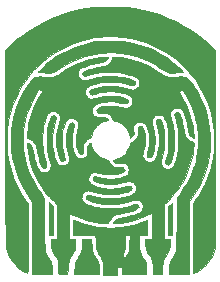
<source format=gbr>
%TF.GenerationSoftware,KiCad,Pcbnew,(5.1.10)-1*%
%TF.CreationDate,2021-10-06T18:31:44-05:00*%
%TF.ProjectId,BYTE_FSR,42595445-5f46-4535-922e-6b696361645f,rev?*%
%TF.SameCoordinates,Original*%
%TF.FileFunction,Copper,L1,Top*%
%TF.FilePolarity,Positive*%
%FSLAX46Y46*%
G04 Gerber Fmt 4.6, Leading zero omitted, Abs format (unit mm)*
G04 Created by KiCad (PCBNEW (5.1.10)-1) date 2021-10-06 18:31:44*
%MOMM*%
%LPD*%
G01*
G04 APERTURE LIST*
%TA.AperFunction,EtchedComponent*%
%ADD10C,0.010000*%
%TD*%
%TA.AperFunction,ComponentPad*%
%ADD11C,1.000000*%
%TD*%
G04 APERTURE END LIST*
D10*
%TO.C,J1*%
G36*
X123235454Y-97661640D02*
G01*
X123293646Y-97681317D01*
X123376579Y-97710917D01*
X123476859Y-97747828D01*
X123532189Y-97768585D01*
X123883635Y-97895382D01*
X124211686Y-98000667D01*
X124527589Y-98087257D01*
X124842590Y-98157972D01*
X125167935Y-98215630D01*
X125496000Y-98260776D01*
X125674993Y-98277779D01*
X125884227Y-98289884D01*
X126113266Y-98297088D01*
X126351669Y-98299392D01*
X126589000Y-98296792D01*
X126814821Y-98289287D01*
X127018692Y-98276877D01*
X127178750Y-98261019D01*
X127717273Y-98174053D01*
X128257370Y-98048670D01*
X128789562Y-97887321D01*
X129176084Y-97744869D01*
X129280732Y-97704267D01*
X129352937Y-97679301D01*
X129398921Y-97668370D01*
X129424906Y-97669875D01*
X129435052Y-97678262D01*
X129439730Y-97706138D01*
X129443994Y-97770826D01*
X129447687Y-97866805D01*
X129450650Y-97988553D01*
X129452727Y-98130551D01*
X129453760Y-98287276D01*
X129453843Y-98337125D01*
X129454167Y-98966834D01*
X128712663Y-98966834D01*
X128723305Y-99226125D01*
X128728231Y-99349346D01*
X128733929Y-99496940D01*
X128739717Y-99650976D01*
X128744914Y-99793518D01*
X128745249Y-99802917D01*
X128754331Y-99986901D01*
X128769122Y-100138544D01*
X128792664Y-100267752D01*
X128827998Y-100384432D01*
X128878167Y-100498491D01*
X128946213Y-100619837D01*
X129035178Y-100758377D01*
X129041552Y-100767908D01*
X129106123Y-100869306D01*
X129173260Y-100982881D01*
X129231197Y-101088511D01*
X129245659Y-101116919D01*
X129330497Y-101287922D01*
X129339886Y-101624919D01*
X129343711Y-101751333D01*
X129347940Y-101873184D01*
X129352156Y-101979519D01*
X129355939Y-102059383D01*
X129357381Y-102083625D01*
X129365486Y-102205334D01*
X127274000Y-102205334D01*
X127274000Y-101633834D01*
X126914167Y-101633834D01*
X126914167Y-102332334D01*
X125735577Y-102332334D01*
X125721751Y-101871959D01*
X125714925Y-101669924D01*
X125706429Y-101502871D01*
X125694236Y-101363448D01*
X125676315Y-101244305D01*
X125659912Y-101176442D01*
X127978405Y-101176442D01*
X127991869Y-101286608D01*
X128042590Y-101390011D01*
X128129408Y-101480556D01*
X128172681Y-101510992D01*
X128259918Y-101542573D01*
X128359348Y-101541639D01*
X128457923Y-101509661D01*
X128516147Y-101472289D01*
X128601676Y-101381261D01*
X128651776Y-101280721D01*
X128668197Y-101177379D01*
X128652690Y-101077944D01*
X128607003Y-100989128D01*
X128532887Y-100917640D01*
X128432092Y-100870190D01*
X128355322Y-100855625D01*
X128236571Y-100858978D01*
X128140495Y-100895798D01*
X128067885Y-100960200D01*
X128003357Y-101065608D01*
X127978405Y-101176442D01*
X125659912Y-101176442D01*
X125650641Y-101138092D01*
X125615184Y-101037458D01*
X125567916Y-100935052D01*
X125506809Y-100823524D01*
X125429836Y-100695523D01*
X125371167Y-100601336D01*
X125367236Y-100594808D01*
X127306632Y-100594808D01*
X127369691Y-100661919D01*
X127419394Y-100708724D01*
X127477046Y-100754554D01*
X127530439Y-100790540D01*
X127567366Y-100807816D01*
X127571136Y-100808254D01*
X127587283Y-100791887D01*
X127619885Y-100748417D01*
X127662600Y-100686413D01*
X127673456Y-100670022D01*
X127790830Y-100459486D01*
X127867073Y-100246785D01*
X127887157Y-100155899D01*
X127895739Y-100091921D01*
X127905113Y-99994014D01*
X127914776Y-99870565D01*
X127924224Y-99729957D01*
X127932952Y-99580578D01*
X127940457Y-99430811D01*
X127946236Y-99289042D01*
X127949785Y-99163657D01*
X127950638Y-99099125D01*
X127951334Y-98966834D01*
X127575960Y-98966834D01*
X127564116Y-99469542D01*
X127558360Y-99668159D01*
X127550636Y-99831005D01*
X127539800Y-99964633D01*
X127524709Y-100075599D01*
X127504220Y-100170455D01*
X127477190Y-100255757D01*
X127442476Y-100338057D01*
X127398934Y-100423910D01*
X127397043Y-100427417D01*
X127306632Y-100594808D01*
X125367236Y-100594808D01*
X125306761Y-100494400D01*
X125247189Y-100387842D01*
X125198088Y-100292278D01*
X125165095Y-100218324D01*
X125159364Y-100202491D01*
X125131691Y-100093766D01*
X125108312Y-99951153D01*
X125090094Y-99782961D01*
X125077903Y-99597495D01*
X125072605Y-99403063D01*
X125072452Y-99369000D01*
X125071204Y-99262860D01*
X125068020Y-99164384D01*
X125063415Y-99085975D01*
X125059081Y-99046209D01*
X125045961Y-98966834D01*
X123188834Y-98966834D01*
X123188834Y-98310667D01*
X123189484Y-98116578D01*
X123191388Y-97953248D01*
X123194469Y-97823036D01*
X123198656Y-97728302D01*
X123203873Y-97671406D01*
X123209397Y-97654500D01*
X123235454Y-97661640D01*
G37*
X123235454Y-97661640D02*
X123293646Y-97681317D01*
X123376579Y-97710917D01*
X123476859Y-97747828D01*
X123532189Y-97768585D01*
X123883635Y-97895382D01*
X124211686Y-98000667D01*
X124527589Y-98087257D01*
X124842590Y-98157972D01*
X125167935Y-98215630D01*
X125496000Y-98260776D01*
X125674993Y-98277779D01*
X125884227Y-98289884D01*
X126113266Y-98297088D01*
X126351669Y-98299392D01*
X126589000Y-98296792D01*
X126814821Y-98289287D01*
X127018692Y-98276877D01*
X127178750Y-98261019D01*
X127717273Y-98174053D01*
X128257370Y-98048670D01*
X128789562Y-97887321D01*
X129176084Y-97744869D01*
X129280732Y-97704267D01*
X129352937Y-97679301D01*
X129398921Y-97668370D01*
X129424906Y-97669875D01*
X129435052Y-97678262D01*
X129439730Y-97706138D01*
X129443994Y-97770826D01*
X129447687Y-97866805D01*
X129450650Y-97988553D01*
X129452727Y-98130551D01*
X129453760Y-98287276D01*
X129453843Y-98337125D01*
X129454167Y-98966834D01*
X128712663Y-98966834D01*
X128723305Y-99226125D01*
X128728231Y-99349346D01*
X128733929Y-99496940D01*
X128739717Y-99650976D01*
X128744914Y-99793518D01*
X128745249Y-99802917D01*
X128754331Y-99986901D01*
X128769122Y-100138544D01*
X128792664Y-100267752D01*
X128827998Y-100384432D01*
X128878167Y-100498491D01*
X128946213Y-100619837D01*
X129035178Y-100758377D01*
X129041552Y-100767908D01*
X129106123Y-100869306D01*
X129173260Y-100982881D01*
X129231197Y-101088511D01*
X129245659Y-101116919D01*
X129330497Y-101287922D01*
X129339886Y-101624919D01*
X129343711Y-101751333D01*
X129347940Y-101873184D01*
X129352156Y-101979519D01*
X129355939Y-102059383D01*
X129357381Y-102083625D01*
X129365486Y-102205334D01*
X127274000Y-102205334D01*
X127274000Y-101633834D01*
X126914167Y-101633834D01*
X126914167Y-102332334D01*
X125735577Y-102332334D01*
X125721751Y-101871959D01*
X125714925Y-101669924D01*
X125706429Y-101502871D01*
X125694236Y-101363448D01*
X125676315Y-101244305D01*
X125659912Y-101176442D01*
X127978405Y-101176442D01*
X127991869Y-101286608D01*
X128042590Y-101390011D01*
X128129408Y-101480556D01*
X128172681Y-101510992D01*
X128259918Y-101542573D01*
X128359348Y-101541639D01*
X128457923Y-101509661D01*
X128516147Y-101472289D01*
X128601676Y-101381261D01*
X128651776Y-101280721D01*
X128668197Y-101177379D01*
X128652690Y-101077944D01*
X128607003Y-100989128D01*
X128532887Y-100917640D01*
X128432092Y-100870190D01*
X128355322Y-100855625D01*
X128236571Y-100858978D01*
X128140495Y-100895798D01*
X128067885Y-100960200D01*
X128003357Y-101065608D01*
X127978405Y-101176442D01*
X125659912Y-101176442D01*
X125650641Y-101138092D01*
X125615184Y-101037458D01*
X125567916Y-100935052D01*
X125506809Y-100823524D01*
X125429836Y-100695523D01*
X125371167Y-100601336D01*
X125367236Y-100594808D01*
X127306632Y-100594808D01*
X127369691Y-100661919D01*
X127419394Y-100708724D01*
X127477046Y-100754554D01*
X127530439Y-100790540D01*
X127567366Y-100807816D01*
X127571136Y-100808254D01*
X127587283Y-100791887D01*
X127619885Y-100748417D01*
X127662600Y-100686413D01*
X127673456Y-100670022D01*
X127790830Y-100459486D01*
X127867073Y-100246785D01*
X127887157Y-100155899D01*
X127895739Y-100091921D01*
X127905113Y-99994014D01*
X127914776Y-99870565D01*
X127924224Y-99729957D01*
X127932952Y-99580578D01*
X127940457Y-99430811D01*
X127946236Y-99289042D01*
X127949785Y-99163657D01*
X127950638Y-99099125D01*
X127951334Y-98966834D01*
X127575960Y-98966834D01*
X127564116Y-99469542D01*
X127558360Y-99668159D01*
X127550636Y-99831005D01*
X127539800Y-99964633D01*
X127524709Y-100075599D01*
X127504220Y-100170455D01*
X127477190Y-100255757D01*
X127442476Y-100338057D01*
X127398934Y-100423910D01*
X127397043Y-100427417D01*
X127306632Y-100594808D01*
X125367236Y-100594808D01*
X125306761Y-100494400D01*
X125247189Y-100387842D01*
X125198088Y-100292278D01*
X125165095Y-100218324D01*
X125159364Y-100202491D01*
X125131691Y-100093766D01*
X125108312Y-99951153D01*
X125090094Y-99782961D01*
X125077903Y-99597495D01*
X125072605Y-99403063D01*
X125072452Y-99369000D01*
X125071204Y-99262860D01*
X125068020Y-99164384D01*
X125063415Y-99085975D01*
X125059081Y-99046209D01*
X125045961Y-98966834D01*
X123188834Y-98966834D01*
X123188834Y-98310667D01*
X123189484Y-98116578D01*
X123191388Y-97953248D01*
X123194469Y-97823036D01*
X123198656Y-97728302D01*
X123203873Y-97671406D01*
X123209397Y-97654500D01*
X123235454Y-97661640D01*
G36*
X126028147Y-83833675D02*
G01*
X126077623Y-83838096D01*
X126101894Y-83848029D01*
X126109515Y-83865570D01*
X126109834Y-83873099D01*
X126095702Y-83914273D01*
X126058545Y-83974299D01*
X126006216Y-84043070D01*
X125946571Y-84110483D01*
X125887466Y-84166432D01*
X125872613Y-84178266D01*
X125792159Y-84223528D01*
X125680822Y-84264082D01*
X125550044Y-84296177D01*
X125474834Y-84308744D01*
X125293401Y-84338199D01*
X125086217Y-84378755D01*
X124866489Y-84427320D01*
X124647426Y-84480801D01*
X124442235Y-84536106D01*
X124264124Y-84590143D01*
X124242976Y-84597139D01*
X124058396Y-84665010D01*
X123911210Y-84733829D01*
X123796560Y-84807147D01*
X123709588Y-84888516D01*
X123645435Y-84981489D01*
X123609701Y-85060098D01*
X123576951Y-85201026D01*
X123581552Y-85340349D01*
X123619250Y-85472609D01*
X123685795Y-85592349D01*
X123776935Y-85694108D01*
X123888419Y-85772430D01*
X124015994Y-85821854D01*
X124155408Y-85836923D01*
X124211256Y-85832419D01*
X124268458Y-85821597D01*
X124356841Y-85801020D01*
X124467025Y-85773045D01*
X124589627Y-85740033D01*
X124679820Y-85714612D01*
X124976446Y-85633703D01*
X125245126Y-85570398D01*
X125495684Y-85523181D01*
X125737942Y-85490536D01*
X125981725Y-85470946D01*
X126236855Y-85462894D01*
X126312835Y-85462500D01*
X126694783Y-85473518D01*
X127055226Y-85507971D01*
X127409224Y-85567959D01*
X127771835Y-85655583D01*
X127845500Y-85676261D01*
X128040929Y-85738070D01*
X128194909Y-85799994D01*
X128308319Y-85862912D01*
X128382036Y-85927704D01*
X128416938Y-85995248D01*
X128413904Y-86066422D01*
X128373810Y-86142107D01*
X128345188Y-86176483D01*
X128302473Y-86216646D01*
X128257343Y-86241404D01*
X128202759Y-86250721D01*
X128131679Y-86244559D01*
X128037062Y-86222884D01*
X127911867Y-86185660D01*
X127875469Y-86174082D01*
X127700553Y-86119395D01*
X127545219Y-86074737D01*
X127402141Y-86039125D01*
X127263990Y-86011579D01*
X127123440Y-85991118D01*
X126973163Y-85976762D01*
X126805831Y-85967529D01*
X126614117Y-85962439D01*
X126390694Y-85960511D01*
X126279167Y-85960412D01*
X126095252Y-85960687D01*
X125947277Y-85961472D01*
X125828850Y-85963180D01*
X125733577Y-85966225D01*
X125655067Y-85971018D01*
X125586925Y-85977972D01*
X125522760Y-85987499D01*
X125456178Y-86000012D01*
X125380787Y-86015924D01*
X125364660Y-86019426D01*
X125185606Y-86061646D01*
X125006170Y-86109890D01*
X124835512Y-86161303D01*
X124682788Y-86213031D01*
X124557157Y-86262222D01*
X124498700Y-86289277D01*
X124371956Y-86374391D01*
X124273461Y-86484140D01*
X124206354Y-86611773D01*
X124173775Y-86750538D01*
X124178864Y-86893681D01*
X124191788Y-86949412D01*
X124254719Y-87103750D01*
X124344161Y-87228086D01*
X124457922Y-87319514D01*
X124480000Y-87331826D01*
X124542664Y-87362685D01*
X124594072Y-87379878D01*
X124649904Y-87386144D01*
X124725838Y-87384222D01*
X124765750Y-87381748D01*
X124866702Y-87370267D01*
X124986481Y-87349576D01*
X125103652Y-87323540D01*
X125136167Y-87314967D01*
X125447058Y-87236756D01*
X125734258Y-87181759D01*
X126008705Y-87148842D01*
X126281336Y-87136867D01*
X126563090Y-87144700D01*
X126688463Y-87153764D01*
X126847136Y-87171685D01*
X127015295Y-87198627D01*
X127183766Y-87232446D01*
X127343373Y-87270996D01*
X127484942Y-87312133D01*
X127599298Y-87353712D01*
X127653661Y-87379397D01*
X127742493Y-87442813D01*
X127801279Y-87517109D01*
X127824220Y-87594773D01*
X127824334Y-87600424D01*
X127809953Y-87642597D01*
X127773592Y-87695566D01*
X127752367Y-87718867D01*
X127701053Y-87763917D01*
X127652791Y-87785045D01*
X127586541Y-87790775D01*
X127574735Y-87790834D01*
X127511333Y-87785390D01*
X127420175Y-87770627D01*
X127314200Y-87748901D01*
X127221486Y-87726549D01*
X126866555Y-87649899D01*
X126526240Y-87609322D01*
X126193064Y-87604780D01*
X125859551Y-87636235D01*
X125518227Y-87703647D01*
X125463696Y-87717427D01*
X125279448Y-87771578D01*
X125132103Y-87830019D01*
X125016242Y-87896142D01*
X124926443Y-87973338D01*
X124857286Y-88064997D01*
X124830674Y-88113432D01*
X124796399Y-88195911D01*
X124780573Y-88277546D01*
X124777944Y-88361198D01*
X124785949Y-88480989D01*
X124810800Y-88578627D01*
X124858530Y-88672887D01*
X124896227Y-88729399D01*
X124975898Y-88820867D01*
X125070286Y-88887044D01*
X125184392Y-88929359D01*
X125323218Y-88949242D01*
X125491766Y-88948123D01*
X125621227Y-88936629D01*
X125741078Y-88926692D01*
X125830957Y-88930559D01*
X125901922Y-88951608D01*
X125965031Y-88993215D01*
X126031341Y-89058757D01*
X126035253Y-89063070D01*
X126087709Y-89127288D01*
X126105618Y-89171616D01*
X126087127Y-89203061D01*
X126030381Y-89228628D01*
X125988125Y-89241112D01*
X125757120Y-89314688D01*
X125558297Y-89401966D01*
X125382377Y-89508092D01*
X125220084Y-89638215D01*
X125147550Y-89707445D01*
X125035660Y-89827443D01*
X124942696Y-89946989D01*
X124864139Y-90074488D01*
X124795468Y-90218343D01*
X124732163Y-90386957D01*
X124669706Y-90588735D01*
X124665323Y-90604058D01*
X124648651Y-90655878D01*
X124628061Y-90690864D01*
X124593954Y-90716996D01*
X124536735Y-90742254D01*
X124470013Y-90766434D01*
X124352552Y-90827404D01*
X124239519Y-90921849D01*
X124138776Y-91041051D01*
X124058185Y-91176293D01*
X124022266Y-91262977D01*
X124010751Y-91307616D01*
X124004895Y-91363573D01*
X124004547Y-91439238D01*
X124009558Y-91543005D01*
X124015720Y-91630844D01*
X124024255Y-91761979D01*
X124025986Y-91858272D01*
X124019239Y-91926900D01*
X124002338Y-91975041D01*
X123973611Y-92009874D01*
X123931382Y-92038576D01*
X123919035Y-92045359D01*
X123829609Y-92074151D01*
X123747040Y-92061401D01*
X123671565Y-92007380D01*
X123603419Y-91912357D01*
X123542837Y-91776605D01*
X123490056Y-91600393D01*
X123474854Y-91535514D01*
X123457626Y-91431246D01*
X123443702Y-91295524D01*
X123433423Y-91139121D01*
X123427126Y-90972812D01*
X123425150Y-90807371D01*
X123427833Y-90653573D01*
X123435515Y-90522192D01*
X123441318Y-90468417D01*
X123456846Y-90371912D01*
X123480541Y-90250260D01*
X123509171Y-90119086D01*
X123539286Y-89994863D01*
X123577877Y-89834579D01*
X123601654Y-89705875D01*
X123610697Y-89600705D01*
X123605088Y-89511020D01*
X123584906Y-89428775D01*
X123550234Y-89345924D01*
X123545907Y-89337165D01*
X123469099Y-89219693D01*
X123369918Y-89134556D01*
X123242843Y-89077664D01*
X123170908Y-89059309D01*
X123008003Y-89042921D01*
X122857496Y-89062317D01*
X122724516Y-89116083D01*
X122614189Y-89202806D01*
X122602032Y-89216137D01*
X122524827Y-89327408D01*
X122452528Y-89479088D01*
X122385736Y-89669473D01*
X122325051Y-89896858D01*
X122272635Y-90150917D01*
X122256698Y-90245293D01*
X122244794Y-90334650D01*
X122236380Y-90427739D01*
X122230909Y-90533311D01*
X122227839Y-90660118D01*
X122226624Y-90816911D01*
X122226536Y-90891750D01*
X122227897Y-91092382D01*
X122232757Y-91260663D01*
X122242356Y-91406519D01*
X122257935Y-91539871D01*
X122280732Y-91670644D01*
X122311990Y-91808761D01*
X122352947Y-91964145D01*
X122366740Y-92013584D01*
X122395518Y-92127553D01*
X122420117Y-92246551D01*
X122437215Y-92353364D01*
X122442659Y-92406943D01*
X122447125Y-92489112D01*
X122445644Y-92540580D01*
X122435544Y-92572853D01*
X122414154Y-92597437D01*
X122394745Y-92613318D01*
X122322946Y-92647552D01*
X122235235Y-92659493D01*
X122152450Y-92647263D01*
X122129080Y-92637240D01*
X122084540Y-92593999D01*
X122037782Y-92513747D01*
X121990116Y-92401659D01*
X121942855Y-92262909D01*
X121897306Y-92102672D01*
X121854781Y-91926124D01*
X121816591Y-91738439D01*
X121784044Y-91544791D01*
X121758452Y-91350357D01*
X121741125Y-91160310D01*
X121736879Y-91088266D01*
X121733118Y-90782600D01*
X121752612Y-90474844D01*
X121796402Y-90157274D01*
X121865530Y-89822167D01*
X121951893Y-89493515D01*
X121988605Y-89362971D01*
X122014441Y-89263308D01*
X122031056Y-89184973D01*
X122040108Y-89118409D01*
X122043252Y-89054064D01*
X122042146Y-88982384D01*
X122041870Y-88974569D01*
X122036584Y-88879335D01*
X122026851Y-88812759D01*
X122009370Y-88761183D01*
X121980842Y-88710946D01*
X121976634Y-88704531D01*
X121878020Y-88591521D01*
X121756683Y-88509371D01*
X121619878Y-88459055D01*
X121474864Y-88441545D01*
X121328895Y-88457814D01*
X121189230Y-88508833D01*
X121076530Y-88583898D01*
X121030858Y-88629060D01*
X120988621Y-88686547D01*
X120947547Y-88761438D01*
X120905361Y-88858816D01*
X120859793Y-88983760D01*
X120808569Y-89141353D01*
X120768524Y-89272500D01*
X120663294Y-89683265D01*
X120591399Y-90104694D01*
X120551911Y-90543464D01*
X120543000Y-90891750D01*
X120552100Y-91252294D01*
X120580703Y-91593072D01*
X120630766Y-91927283D01*
X120704245Y-92268130D01*
X120797788Y-92611003D01*
X120845271Y-92777040D01*
X120878118Y-92908381D01*
X120896738Y-93009897D01*
X120901539Y-93086463D01*
X120892928Y-93142951D01*
X120871316Y-93184234D01*
X120847770Y-93207408D01*
X120764037Y-93253720D01*
X120678606Y-93267204D01*
X120602540Y-93246566D01*
X120588723Y-93237725D01*
X120535833Y-93184605D01*
X120483027Y-93100973D01*
X120429827Y-92985296D01*
X120375757Y-92836040D01*
X120320341Y-92651671D01*
X120263102Y-92430655D01*
X120203564Y-92171461D01*
X120141251Y-91872553D01*
X120101556Y-91669445D01*
X120070886Y-91522419D01*
X120039123Y-91394193D01*
X120008460Y-91292970D01*
X119985398Y-91235297D01*
X119900943Y-91102971D01*
X119785374Y-90978924D01*
X119649188Y-90871534D01*
X119502880Y-90789177D01*
X119368250Y-90742696D01*
X119262417Y-90718486D01*
X119268269Y-90561701D01*
X119277424Y-90413529D01*
X119294126Y-90237069D01*
X119316752Y-90045364D01*
X119343682Y-89851454D01*
X119373293Y-89668380D01*
X119391737Y-89568834D01*
X119518826Y-89029398D01*
X119685259Y-88502862D01*
X119889935Y-87992004D01*
X120131750Y-87499602D01*
X120383656Y-87069097D01*
X120563310Y-86785417D01*
X120498831Y-86729784D01*
X120433805Y-86680534D01*
X120363738Y-86636713D01*
X120359688Y-86634534D01*
X120285023Y-86594917D01*
X120218220Y-86672200D01*
X120146942Y-86764895D01*
X120063340Y-86890693D01*
X119970704Y-87043347D01*
X119872325Y-87216613D01*
X119771493Y-87404245D01*
X119671499Y-87599996D01*
X119575633Y-87797622D01*
X119487185Y-87990876D01*
X119409447Y-88173513D01*
X119358699Y-88303673D01*
X119213759Y-88734892D01*
X119098634Y-89169000D01*
X119012208Y-89612628D01*
X118953364Y-90072405D01*
X118920985Y-90554962D01*
X118913385Y-90947716D01*
X118915330Y-91184063D01*
X118922077Y-91391254D01*
X118934614Y-91582293D01*
X118953927Y-91770184D01*
X118981004Y-91967932D01*
X118999900Y-92087667D01*
X119106187Y-92611216D01*
X119251912Y-93130106D01*
X119435039Y-93639738D01*
X119653527Y-94135515D01*
X119905339Y-94612841D01*
X120188437Y-95067118D01*
X120500780Y-95493748D01*
X120522091Y-95520468D01*
X120712334Y-95757747D01*
X120713642Y-96690249D01*
X120714250Y-96897825D01*
X120715500Y-97139358D01*
X120717316Y-97406475D01*
X120719626Y-97690807D01*
X120722354Y-97983981D01*
X120725428Y-98277626D01*
X120728772Y-98563372D01*
X120732314Y-98832848D01*
X120733013Y-98882167D01*
X120737050Y-99159288D01*
X120740845Y-99397605D01*
X120744730Y-99600645D01*
X120749038Y-99771932D01*
X120754101Y-99914992D01*
X120760254Y-100033352D01*
X120767827Y-100130537D01*
X120777155Y-100210072D01*
X120788569Y-100275484D01*
X120802403Y-100330297D01*
X120818989Y-100378039D01*
X120838661Y-100422234D01*
X120861750Y-100466408D01*
X120886735Y-100510830D01*
X120929567Y-100583342D01*
X120985930Y-100675109D01*
X121045936Y-100770120D01*
X121067161Y-100803010D01*
X121154267Y-100944380D01*
X121223127Y-101075562D01*
X121276182Y-101205134D01*
X121315875Y-101341673D01*
X121344646Y-101493756D01*
X121364938Y-101669962D01*
X121379192Y-101878867D01*
X121380470Y-101903709D01*
X121395608Y-102205334D01*
X119717500Y-102205334D01*
X119717500Y-101181407D01*
X119974649Y-101181407D01*
X119986218Y-101283281D01*
X120031513Y-101379988D01*
X120080765Y-101436902D01*
X120173343Y-101500398D01*
X120278187Y-101535447D01*
X120384180Y-101540649D01*
X120480206Y-101514601D01*
X120517652Y-101491978D01*
X120594617Y-101419796D01*
X120640279Y-101336201D01*
X120661680Y-101227922D01*
X120662455Y-101219032D01*
X120655478Y-101093136D01*
X120614086Y-100990467D01*
X120541008Y-100913949D01*
X120438973Y-100866501D01*
X120318589Y-100851015D01*
X120206144Y-100868804D01*
X120112554Y-100918065D01*
X120040791Y-100991471D01*
X119993832Y-101081694D01*
X119974649Y-101181407D01*
X119717500Y-101181407D01*
X119717500Y-96128458D01*
X119558569Y-95918594D01*
X119252625Y-95481932D01*
X118972170Y-95015154D01*
X118719357Y-94523463D01*
X118496339Y-94012066D01*
X118305271Y-93486166D01*
X118148306Y-92950969D01*
X118027597Y-92411679D01*
X117973378Y-92087667D01*
X117949419Y-91890177D01*
X117929668Y-91660974D01*
X117914407Y-91410198D01*
X117903920Y-91147988D01*
X117898486Y-90884481D01*
X117898388Y-90629816D01*
X117903908Y-90394133D01*
X117915327Y-90187569D01*
X117919257Y-90140334D01*
X117991557Y-89569611D01*
X118104688Y-89000527D01*
X118257211Y-88437106D01*
X118447690Y-87883369D01*
X118674688Y-87343340D01*
X118936770Y-86821042D01*
X119232498Y-86320496D01*
X119344207Y-86150417D01*
X119492977Y-85950598D01*
X119644907Y-85790421D01*
X119804460Y-85667960D01*
X119976100Y-85581290D01*
X120164291Y-85528484D01*
X120373496Y-85507617D01*
X120608178Y-85516763D01*
X120767094Y-85536459D01*
X120994627Y-85562043D01*
X121194231Y-85565118D01*
X121373904Y-85545567D01*
X121462311Y-85526368D01*
X121569079Y-85495273D01*
X121673521Y-85455996D01*
X121782569Y-85404962D01*
X121903157Y-85338597D01*
X122042218Y-85253327D01*
X122206685Y-85145578D01*
X122225750Y-85132788D01*
X122578492Y-84904774D01*
X122915398Y-84706666D01*
X123245494Y-84534105D01*
X123577804Y-84382732D01*
X123921351Y-84248188D01*
X124285162Y-84126114D01*
X124353000Y-84105279D01*
X124520532Y-84058806D01*
X124711912Y-84012985D01*
X124918548Y-83969288D01*
X125131846Y-83929186D01*
X125343213Y-83894150D01*
X125544058Y-83865652D01*
X125725786Y-83845164D01*
X125879806Y-83834156D01*
X125944913Y-83832667D01*
X126028147Y-83833675D01*
G37*
X126028147Y-83833675D02*
X126077623Y-83838096D01*
X126101894Y-83848029D01*
X126109515Y-83865570D01*
X126109834Y-83873099D01*
X126095702Y-83914273D01*
X126058545Y-83974299D01*
X126006216Y-84043070D01*
X125946571Y-84110483D01*
X125887466Y-84166432D01*
X125872613Y-84178266D01*
X125792159Y-84223528D01*
X125680822Y-84264082D01*
X125550044Y-84296177D01*
X125474834Y-84308744D01*
X125293401Y-84338199D01*
X125086217Y-84378755D01*
X124866489Y-84427320D01*
X124647426Y-84480801D01*
X124442235Y-84536106D01*
X124264124Y-84590143D01*
X124242976Y-84597139D01*
X124058396Y-84665010D01*
X123911210Y-84733829D01*
X123796560Y-84807147D01*
X123709588Y-84888516D01*
X123645435Y-84981489D01*
X123609701Y-85060098D01*
X123576951Y-85201026D01*
X123581552Y-85340349D01*
X123619250Y-85472609D01*
X123685795Y-85592349D01*
X123776935Y-85694108D01*
X123888419Y-85772430D01*
X124015994Y-85821854D01*
X124155408Y-85836923D01*
X124211256Y-85832419D01*
X124268458Y-85821597D01*
X124356841Y-85801020D01*
X124467025Y-85773045D01*
X124589627Y-85740033D01*
X124679820Y-85714612D01*
X124976446Y-85633703D01*
X125245126Y-85570398D01*
X125495684Y-85523181D01*
X125737942Y-85490536D01*
X125981725Y-85470946D01*
X126236855Y-85462894D01*
X126312835Y-85462500D01*
X126694783Y-85473518D01*
X127055226Y-85507971D01*
X127409224Y-85567959D01*
X127771835Y-85655583D01*
X127845500Y-85676261D01*
X128040929Y-85738070D01*
X128194909Y-85799994D01*
X128308319Y-85862912D01*
X128382036Y-85927704D01*
X128416938Y-85995248D01*
X128413904Y-86066422D01*
X128373810Y-86142107D01*
X128345188Y-86176483D01*
X128302473Y-86216646D01*
X128257343Y-86241404D01*
X128202759Y-86250721D01*
X128131679Y-86244559D01*
X128037062Y-86222884D01*
X127911867Y-86185660D01*
X127875469Y-86174082D01*
X127700553Y-86119395D01*
X127545219Y-86074737D01*
X127402141Y-86039125D01*
X127263990Y-86011579D01*
X127123440Y-85991118D01*
X126973163Y-85976762D01*
X126805831Y-85967529D01*
X126614117Y-85962439D01*
X126390694Y-85960511D01*
X126279167Y-85960412D01*
X126095252Y-85960687D01*
X125947277Y-85961472D01*
X125828850Y-85963180D01*
X125733577Y-85966225D01*
X125655067Y-85971018D01*
X125586925Y-85977972D01*
X125522760Y-85987499D01*
X125456178Y-86000012D01*
X125380787Y-86015924D01*
X125364660Y-86019426D01*
X125185606Y-86061646D01*
X125006170Y-86109890D01*
X124835512Y-86161303D01*
X124682788Y-86213031D01*
X124557157Y-86262222D01*
X124498700Y-86289277D01*
X124371956Y-86374391D01*
X124273461Y-86484140D01*
X124206354Y-86611773D01*
X124173775Y-86750538D01*
X124178864Y-86893681D01*
X124191788Y-86949412D01*
X124254719Y-87103750D01*
X124344161Y-87228086D01*
X124457922Y-87319514D01*
X124480000Y-87331826D01*
X124542664Y-87362685D01*
X124594072Y-87379878D01*
X124649904Y-87386144D01*
X124725838Y-87384222D01*
X124765750Y-87381748D01*
X124866702Y-87370267D01*
X124986481Y-87349576D01*
X125103652Y-87323540D01*
X125136167Y-87314967D01*
X125447058Y-87236756D01*
X125734258Y-87181759D01*
X126008705Y-87148842D01*
X126281336Y-87136867D01*
X126563090Y-87144700D01*
X126688463Y-87153764D01*
X126847136Y-87171685D01*
X127015295Y-87198627D01*
X127183766Y-87232446D01*
X127343373Y-87270996D01*
X127484942Y-87312133D01*
X127599298Y-87353712D01*
X127653661Y-87379397D01*
X127742493Y-87442813D01*
X127801279Y-87517109D01*
X127824220Y-87594773D01*
X127824334Y-87600424D01*
X127809953Y-87642597D01*
X127773592Y-87695566D01*
X127752367Y-87718867D01*
X127701053Y-87763917D01*
X127652791Y-87785045D01*
X127586541Y-87790775D01*
X127574735Y-87790834D01*
X127511333Y-87785390D01*
X127420175Y-87770627D01*
X127314200Y-87748901D01*
X127221486Y-87726549D01*
X126866555Y-87649899D01*
X126526240Y-87609322D01*
X126193064Y-87604780D01*
X125859551Y-87636235D01*
X125518227Y-87703647D01*
X125463696Y-87717427D01*
X125279448Y-87771578D01*
X125132103Y-87830019D01*
X125016242Y-87896142D01*
X124926443Y-87973338D01*
X124857286Y-88064997D01*
X124830674Y-88113432D01*
X124796399Y-88195911D01*
X124780573Y-88277546D01*
X124777944Y-88361198D01*
X124785949Y-88480989D01*
X124810800Y-88578627D01*
X124858530Y-88672887D01*
X124896227Y-88729399D01*
X124975898Y-88820867D01*
X125070286Y-88887044D01*
X125184392Y-88929359D01*
X125323218Y-88949242D01*
X125491766Y-88948123D01*
X125621227Y-88936629D01*
X125741078Y-88926692D01*
X125830957Y-88930559D01*
X125901922Y-88951608D01*
X125965031Y-88993215D01*
X126031341Y-89058757D01*
X126035253Y-89063070D01*
X126087709Y-89127288D01*
X126105618Y-89171616D01*
X126087127Y-89203061D01*
X126030381Y-89228628D01*
X125988125Y-89241112D01*
X125757120Y-89314688D01*
X125558297Y-89401966D01*
X125382377Y-89508092D01*
X125220084Y-89638215D01*
X125147550Y-89707445D01*
X125035660Y-89827443D01*
X124942696Y-89946989D01*
X124864139Y-90074488D01*
X124795468Y-90218343D01*
X124732163Y-90386957D01*
X124669706Y-90588735D01*
X124665323Y-90604058D01*
X124648651Y-90655878D01*
X124628061Y-90690864D01*
X124593954Y-90716996D01*
X124536735Y-90742254D01*
X124470013Y-90766434D01*
X124352552Y-90827404D01*
X124239519Y-90921849D01*
X124138776Y-91041051D01*
X124058185Y-91176293D01*
X124022266Y-91262977D01*
X124010751Y-91307616D01*
X124004895Y-91363573D01*
X124004547Y-91439238D01*
X124009558Y-91543005D01*
X124015720Y-91630844D01*
X124024255Y-91761979D01*
X124025986Y-91858272D01*
X124019239Y-91926900D01*
X124002338Y-91975041D01*
X123973611Y-92009874D01*
X123931382Y-92038576D01*
X123919035Y-92045359D01*
X123829609Y-92074151D01*
X123747040Y-92061401D01*
X123671565Y-92007380D01*
X123603419Y-91912357D01*
X123542837Y-91776605D01*
X123490056Y-91600393D01*
X123474854Y-91535514D01*
X123457626Y-91431246D01*
X123443702Y-91295524D01*
X123433423Y-91139121D01*
X123427126Y-90972812D01*
X123425150Y-90807371D01*
X123427833Y-90653573D01*
X123435515Y-90522192D01*
X123441318Y-90468417D01*
X123456846Y-90371912D01*
X123480541Y-90250260D01*
X123509171Y-90119086D01*
X123539286Y-89994863D01*
X123577877Y-89834579D01*
X123601654Y-89705875D01*
X123610697Y-89600705D01*
X123605088Y-89511020D01*
X123584906Y-89428775D01*
X123550234Y-89345924D01*
X123545907Y-89337165D01*
X123469099Y-89219693D01*
X123369918Y-89134556D01*
X123242843Y-89077664D01*
X123170908Y-89059309D01*
X123008003Y-89042921D01*
X122857496Y-89062317D01*
X122724516Y-89116083D01*
X122614189Y-89202806D01*
X122602032Y-89216137D01*
X122524827Y-89327408D01*
X122452528Y-89479088D01*
X122385736Y-89669473D01*
X122325051Y-89896858D01*
X122272635Y-90150917D01*
X122256698Y-90245293D01*
X122244794Y-90334650D01*
X122236380Y-90427739D01*
X122230909Y-90533311D01*
X122227839Y-90660118D01*
X122226624Y-90816911D01*
X122226536Y-90891750D01*
X122227897Y-91092382D01*
X122232757Y-91260663D01*
X122242356Y-91406519D01*
X122257935Y-91539871D01*
X122280732Y-91670644D01*
X122311990Y-91808761D01*
X122352947Y-91964145D01*
X122366740Y-92013584D01*
X122395518Y-92127553D01*
X122420117Y-92246551D01*
X122437215Y-92353364D01*
X122442659Y-92406943D01*
X122447125Y-92489112D01*
X122445644Y-92540580D01*
X122435544Y-92572853D01*
X122414154Y-92597437D01*
X122394745Y-92613318D01*
X122322946Y-92647552D01*
X122235235Y-92659493D01*
X122152450Y-92647263D01*
X122129080Y-92637240D01*
X122084540Y-92593999D01*
X122037782Y-92513747D01*
X121990116Y-92401659D01*
X121942855Y-92262909D01*
X121897306Y-92102672D01*
X121854781Y-91926124D01*
X121816591Y-91738439D01*
X121784044Y-91544791D01*
X121758452Y-91350357D01*
X121741125Y-91160310D01*
X121736879Y-91088266D01*
X121733118Y-90782600D01*
X121752612Y-90474844D01*
X121796402Y-90157274D01*
X121865530Y-89822167D01*
X121951893Y-89493515D01*
X121988605Y-89362971D01*
X122014441Y-89263308D01*
X122031056Y-89184973D01*
X122040108Y-89118409D01*
X122043252Y-89054064D01*
X122042146Y-88982384D01*
X122041870Y-88974569D01*
X122036584Y-88879335D01*
X122026851Y-88812759D01*
X122009370Y-88761183D01*
X121980842Y-88710946D01*
X121976634Y-88704531D01*
X121878020Y-88591521D01*
X121756683Y-88509371D01*
X121619878Y-88459055D01*
X121474864Y-88441545D01*
X121328895Y-88457814D01*
X121189230Y-88508833D01*
X121076530Y-88583898D01*
X121030858Y-88629060D01*
X120988621Y-88686547D01*
X120947547Y-88761438D01*
X120905361Y-88858816D01*
X120859793Y-88983760D01*
X120808569Y-89141353D01*
X120768524Y-89272500D01*
X120663294Y-89683265D01*
X120591399Y-90104694D01*
X120551911Y-90543464D01*
X120543000Y-90891750D01*
X120552100Y-91252294D01*
X120580703Y-91593072D01*
X120630766Y-91927283D01*
X120704245Y-92268130D01*
X120797788Y-92611003D01*
X120845271Y-92777040D01*
X120878118Y-92908381D01*
X120896738Y-93009897D01*
X120901539Y-93086463D01*
X120892928Y-93142951D01*
X120871316Y-93184234D01*
X120847770Y-93207408D01*
X120764037Y-93253720D01*
X120678606Y-93267204D01*
X120602540Y-93246566D01*
X120588723Y-93237725D01*
X120535833Y-93184605D01*
X120483027Y-93100973D01*
X120429827Y-92985296D01*
X120375757Y-92836040D01*
X120320341Y-92651671D01*
X120263102Y-92430655D01*
X120203564Y-92171461D01*
X120141251Y-91872553D01*
X120101556Y-91669445D01*
X120070886Y-91522419D01*
X120039123Y-91394193D01*
X120008460Y-91292970D01*
X119985398Y-91235297D01*
X119900943Y-91102971D01*
X119785374Y-90978924D01*
X119649188Y-90871534D01*
X119502880Y-90789177D01*
X119368250Y-90742696D01*
X119262417Y-90718486D01*
X119268269Y-90561701D01*
X119277424Y-90413529D01*
X119294126Y-90237069D01*
X119316752Y-90045364D01*
X119343682Y-89851454D01*
X119373293Y-89668380D01*
X119391737Y-89568834D01*
X119518826Y-89029398D01*
X119685259Y-88502862D01*
X119889935Y-87992004D01*
X120131750Y-87499602D01*
X120383656Y-87069097D01*
X120563310Y-86785417D01*
X120498831Y-86729784D01*
X120433805Y-86680534D01*
X120363738Y-86636713D01*
X120359688Y-86634534D01*
X120285023Y-86594917D01*
X120218220Y-86672200D01*
X120146942Y-86764895D01*
X120063340Y-86890693D01*
X119970704Y-87043347D01*
X119872325Y-87216613D01*
X119771493Y-87404245D01*
X119671499Y-87599996D01*
X119575633Y-87797622D01*
X119487185Y-87990876D01*
X119409447Y-88173513D01*
X119358699Y-88303673D01*
X119213759Y-88734892D01*
X119098634Y-89169000D01*
X119012208Y-89612628D01*
X118953364Y-90072405D01*
X118920985Y-90554962D01*
X118913385Y-90947716D01*
X118915330Y-91184063D01*
X118922077Y-91391254D01*
X118934614Y-91582293D01*
X118953927Y-91770184D01*
X118981004Y-91967932D01*
X118999900Y-92087667D01*
X119106187Y-92611216D01*
X119251912Y-93130106D01*
X119435039Y-93639738D01*
X119653527Y-94135515D01*
X119905339Y-94612841D01*
X120188437Y-95067118D01*
X120500780Y-95493748D01*
X120522091Y-95520468D01*
X120712334Y-95757747D01*
X120713642Y-96690249D01*
X120714250Y-96897825D01*
X120715500Y-97139358D01*
X120717316Y-97406475D01*
X120719626Y-97690807D01*
X120722354Y-97983981D01*
X120725428Y-98277626D01*
X120728772Y-98563372D01*
X120732314Y-98832848D01*
X120733013Y-98882167D01*
X120737050Y-99159288D01*
X120740845Y-99397605D01*
X120744730Y-99600645D01*
X120749038Y-99771932D01*
X120754101Y-99914992D01*
X120760254Y-100033352D01*
X120767827Y-100130537D01*
X120777155Y-100210072D01*
X120788569Y-100275484D01*
X120802403Y-100330297D01*
X120818989Y-100378039D01*
X120838661Y-100422234D01*
X120861750Y-100466408D01*
X120886735Y-100510830D01*
X120929567Y-100583342D01*
X120985930Y-100675109D01*
X121045936Y-100770120D01*
X121067161Y-100803010D01*
X121154267Y-100944380D01*
X121223127Y-101075562D01*
X121276182Y-101205134D01*
X121315875Y-101341673D01*
X121344646Y-101493756D01*
X121364938Y-101669962D01*
X121379192Y-101878867D01*
X121380470Y-101903709D01*
X121395608Y-102205334D01*
X119717500Y-102205334D01*
X119717500Y-101181407D01*
X119974649Y-101181407D01*
X119986218Y-101283281D01*
X120031513Y-101379988D01*
X120080765Y-101436902D01*
X120173343Y-101500398D01*
X120278187Y-101535447D01*
X120384180Y-101540649D01*
X120480206Y-101514601D01*
X120517652Y-101491978D01*
X120594617Y-101419796D01*
X120640279Y-101336201D01*
X120661680Y-101227922D01*
X120662455Y-101219032D01*
X120655478Y-101093136D01*
X120614086Y-100990467D01*
X120541008Y-100913949D01*
X120438973Y-100866501D01*
X120318589Y-100851015D01*
X120206144Y-100868804D01*
X120112554Y-100918065D01*
X120040791Y-100991471D01*
X119993832Y-101081694D01*
X119974649Y-101181407D01*
X119717500Y-101181407D01*
X119717500Y-96128458D01*
X119558569Y-95918594D01*
X119252625Y-95481932D01*
X118972170Y-95015154D01*
X118719357Y-94523463D01*
X118496339Y-94012066D01*
X118305271Y-93486166D01*
X118148306Y-92950969D01*
X118027597Y-92411679D01*
X117973378Y-92087667D01*
X117949419Y-91890177D01*
X117929668Y-91660974D01*
X117914407Y-91410198D01*
X117903920Y-91147988D01*
X117898486Y-90884481D01*
X117898388Y-90629816D01*
X117903908Y-90394133D01*
X117915327Y-90187569D01*
X117919257Y-90140334D01*
X117991557Y-89569611D01*
X118104688Y-89000527D01*
X118257211Y-88437106D01*
X118447690Y-87883369D01*
X118674688Y-87343340D01*
X118936770Y-86821042D01*
X119232498Y-86320496D01*
X119344207Y-86150417D01*
X119492977Y-85950598D01*
X119644907Y-85790421D01*
X119804460Y-85667960D01*
X119976100Y-85581290D01*
X120164291Y-85528484D01*
X120373496Y-85507617D01*
X120608178Y-85516763D01*
X120767094Y-85536459D01*
X120994627Y-85562043D01*
X121194231Y-85565118D01*
X121373904Y-85545567D01*
X121462311Y-85526368D01*
X121569079Y-85495273D01*
X121673521Y-85455996D01*
X121782569Y-85404962D01*
X121903157Y-85338597D01*
X122042218Y-85253327D01*
X122206685Y-85145578D01*
X122225750Y-85132788D01*
X122578492Y-84904774D01*
X122915398Y-84706666D01*
X123245494Y-84534105D01*
X123577804Y-84382732D01*
X123921351Y-84248188D01*
X124285162Y-84126114D01*
X124353000Y-84105279D01*
X124520532Y-84058806D01*
X124711912Y-84012985D01*
X124918548Y-83969288D01*
X125131846Y-83929186D01*
X125343213Y-83894150D01*
X125544058Y-83865652D01*
X125725786Y-83845164D01*
X125879806Y-83834156D01*
X125944913Y-83832667D01*
X126028147Y-83833675D01*
G36*
X121539291Y-88806557D02*
G01*
X121586103Y-88829158D01*
X121636914Y-88877720D01*
X121678442Y-88931099D01*
X121703655Y-88979059D01*
X121707167Y-88995793D01*
X121701234Y-89031776D01*
X121685114Y-89098373D01*
X121661327Y-89185817D01*
X121634752Y-89276562D01*
X121516507Y-89714633D01*
X121433269Y-90134521D01*
X121384821Y-90541529D01*
X121370944Y-90940957D01*
X121391423Y-91338107D01*
X121446041Y-91738279D01*
X121519734Y-92087179D01*
X121579049Y-92312274D01*
X121638525Y-92498866D01*
X121700087Y-92650750D01*
X121765663Y-92771721D01*
X121837179Y-92865573D01*
X121916562Y-92936101D01*
X121966876Y-92967763D01*
X122030813Y-92999728D01*
X122088192Y-93018055D01*
X122155356Y-93026249D01*
X122246917Y-93027823D01*
X122376147Y-93020561D01*
X122478334Y-92997074D01*
X122567159Y-92952685D01*
X122646691Y-92891262D01*
X122738786Y-92791823D01*
X122799956Y-92680058D01*
X122830732Y-92552011D01*
X122831646Y-92403729D01*
X122803230Y-92231257D01*
X122757624Y-92066500D01*
X122700187Y-91876109D01*
X122656643Y-91707649D01*
X122625252Y-91549426D01*
X122604275Y-91389748D01*
X122591972Y-91216921D01*
X122586601Y-91019253D01*
X122585976Y-90912917D01*
X122587520Y-90726983D01*
X122592313Y-90563719D01*
X122600079Y-90429136D01*
X122610542Y-90329245D01*
X122613675Y-90309667D01*
X122640372Y-90174182D01*
X122673428Y-90029988D01*
X122710165Y-89886916D01*
X122747904Y-89754793D01*
X122783968Y-89643448D01*
X122815678Y-89562712D01*
X122819263Y-89555137D01*
X122881114Y-89461835D01*
X122954666Y-89406586D01*
X123035521Y-89390408D01*
X123119279Y-89414315D01*
X123191682Y-89469105D01*
X123231952Y-89515394D01*
X123248293Y-89558907D01*
X123247823Y-89620429D01*
X123246931Y-89630481D01*
X123238085Y-89687344D01*
X123220291Y-89773993D01*
X123195982Y-89879439D01*
X123167591Y-89992692D01*
X123162162Y-90013334D01*
X123130457Y-90142974D01*
X123100646Y-90282719D01*
X123076146Y-90415476D01*
X123060730Y-90521013D01*
X123044683Y-90739966D01*
X123044723Y-90968949D01*
X123059675Y-91200731D01*
X123088364Y-91428079D01*
X123129614Y-91643760D01*
X123182250Y-91840543D01*
X123245097Y-92011195D01*
X123316978Y-92148484D01*
X123327916Y-92164952D01*
X123434642Y-92288274D01*
X123557946Y-92376194D01*
X123692436Y-92427918D01*
X123832720Y-92442648D01*
X123973405Y-92419588D01*
X124109100Y-92357941D01*
X124196198Y-92293197D01*
X124280807Y-92208772D01*
X124336597Y-92124796D01*
X124368485Y-92029405D01*
X124381387Y-91910735D01*
X124382297Y-91844250D01*
X124379758Y-91741814D01*
X124374103Y-91640163D01*
X124366430Y-91557750D01*
X124364314Y-91542243D01*
X124363683Y-91410837D01*
X124403133Y-91292959D01*
X124482420Y-91189247D01*
X124507057Y-91166786D01*
X124558888Y-91126392D01*
X124599146Y-91102146D01*
X124613938Y-91098674D01*
X124627949Y-91120075D01*
X124652091Y-91173827D01*
X124683123Y-91252113D01*
X124717803Y-91347117D01*
X124722185Y-91359643D01*
X124792111Y-91543114D01*
X124865102Y-91695944D01*
X124947672Y-91829681D01*
X125046337Y-91955877D01*
X125079802Y-91993720D01*
X125271958Y-92178035D01*
X125483021Y-92326070D01*
X125717412Y-92440554D01*
X125908750Y-92505355D01*
X126120417Y-92565505D01*
X126205084Y-92726719D01*
X126281052Y-92860700D01*
X126353536Y-92962930D01*
X126430268Y-93042483D01*
X126518978Y-93108428D01*
X126543266Y-93123451D01*
X126610397Y-93160811D01*
X126669125Y-93183886D01*
X126735389Y-93197014D01*
X126825127Y-93204532D01*
X126845343Y-93205642D01*
X126955648Y-93206846D01*
X127070498Y-93200752D01*
X127166755Y-93188599D01*
X127167885Y-93188387D01*
X127250593Y-93174916D01*
X127306374Y-93172664D01*
X127349165Y-93181801D01*
X127370398Y-93190863D01*
X127430860Y-93235517D01*
X127484299Y-93301043D01*
X127519753Y-93371793D01*
X127528000Y-93415830D01*
X127507399Y-93480514D01*
X127447709Y-93545175D01*
X127352100Y-93607289D01*
X127223745Y-93664335D01*
X127208723Y-93669846D01*
X127097504Y-93706788D01*
X126989180Y-93735157D01*
X126876365Y-93755731D01*
X126751674Y-93769288D01*
X126607719Y-93776607D01*
X126437116Y-93778466D01*
X126232478Y-93775644D01*
X126209819Y-93775134D01*
X126055755Y-93771369D01*
X125935835Y-93767486D01*
X125841881Y-93762520D01*
X125765712Y-93755505D01*
X125699147Y-93745476D01*
X125634008Y-93731467D01*
X125562113Y-93712513D01*
X125479839Y-93688970D01*
X125298045Y-93640332D01*
X125148015Y-93610421D01*
X125023440Y-93599456D01*
X124918010Y-93607657D01*
X124825416Y-93635245D01*
X124739348Y-93682441D01*
X124693002Y-93716443D01*
X124623030Y-93790187D01*
X124557539Y-93891309D01*
X124504404Y-94004990D01*
X124471496Y-94116412D01*
X124467527Y-94140834D01*
X124471334Y-94250920D01*
X124506326Y-94371646D01*
X124568039Y-94490819D01*
X124622431Y-94564094D01*
X124712967Y-94643959D01*
X124840471Y-94718489D01*
X124999790Y-94786594D01*
X125185772Y-94847182D01*
X125393265Y-94899165D01*
X125617116Y-94941452D01*
X125852174Y-94972954D01*
X126093286Y-94992579D01*
X126335299Y-94999239D01*
X126573062Y-94991843D01*
X126626428Y-94988054D01*
X126790736Y-94972198D01*
X126952186Y-94950103D01*
X127120226Y-94919976D01*
X127304301Y-94880025D01*
X127513858Y-94828457D01*
X127635770Y-94796527D01*
X127746910Y-94767552D01*
X127825755Y-94749178D01*
X127880708Y-94740349D01*
X127920170Y-94740009D01*
X127952543Y-94747101D01*
X127971648Y-94754314D01*
X128041356Y-94802290D01*
X128094417Y-94874034D01*
X128119802Y-94953667D01*
X128120588Y-94968771D01*
X128106600Y-95032705D01*
X128062804Y-95092184D01*
X127986731Y-95148666D01*
X127875915Y-95203610D01*
X127727890Y-95258478D01*
X127540189Y-95314729D01*
X127532415Y-95316865D01*
X127347870Y-95363670D01*
X127171467Y-95399670D01*
X126993571Y-95425967D01*
X126804544Y-95443662D01*
X126594750Y-95453858D01*
X126354552Y-95457657D01*
X126300334Y-95457746D01*
X126067891Y-95455360D01*
X125868128Y-95447624D01*
X125691603Y-95433383D01*
X125528869Y-95411480D01*
X125370482Y-95380759D01*
X125206999Y-95340064D01*
X125106972Y-95311686D01*
X124916263Y-95256749D01*
X124760137Y-95214735D01*
X124633154Y-95184772D01*
X124529876Y-95165988D01*
X124444862Y-95157510D01*
X124372673Y-95158467D01*
X124307869Y-95167986D01*
X124270036Y-95177512D01*
X124148098Y-95233394D01*
X124040703Y-95322937D01*
X123954874Y-95438142D01*
X123897633Y-95571010D01*
X123886921Y-95613902D01*
X123877212Y-95759801D01*
X123904823Y-95905370D01*
X123965888Y-96041020D01*
X124056537Y-96157161D01*
X124130750Y-96218506D01*
X124249455Y-96285344D01*
X124405188Y-96351027D01*
X124592643Y-96414275D01*
X124806515Y-96473812D01*
X125041498Y-96528358D01*
X125292287Y-96576636D01*
X125553576Y-96617367D01*
X125820060Y-96649273D01*
X125977630Y-96663445D01*
X126349839Y-96676229D01*
X126743300Y-96658913D01*
X127150508Y-96612461D01*
X127563955Y-96537836D01*
X127976135Y-96436003D01*
X128149864Y-96384480D01*
X128287014Y-96343147D01*
X128391333Y-96316283D01*
X128469712Y-96303708D01*
X128529040Y-96305246D01*
X128576206Y-96320719D01*
X128618101Y-96349949D01*
X128641367Y-96371800D01*
X128699528Y-96449692D01*
X128715699Y-96525236D01*
X128689805Y-96598623D01*
X128621771Y-96670045D01*
X128511518Y-96739692D01*
X128491084Y-96750123D01*
X128368444Y-96802906D01*
X128210818Y-96857685D01*
X128025372Y-96912535D01*
X127819272Y-96965527D01*
X127599682Y-97014737D01*
X127373769Y-97058238D01*
X127295167Y-97071653D01*
X127090125Y-97108410D01*
X126921382Y-97146051D01*
X126782931Y-97186961D01*
X126668763Y-97233525D01*
X126572872Y-97288126D01*
X126489250Y-97353150D01*
X126424333Y-97417310D01*
X126342478Y-97519482D01*
X126266938Y-97638347D01*
X126205709Y-97759622D01*
X126166786Y-97869026D01*
X126163377Y-97883475D01*
X126148174Y-97953699D01*
X125954379Y-97940073D01*
X125490899Y-97896559D01*
X125056176Y-97832012D01*
X124640925Y-97743976D01*
X124235863Y-97629995D01*
X123831707Y-97487616D01*
X123419175Y-97314381D01*
X123197503Y-97210924D01*
X122856922Y-97046928D01*
X122842992Y-97821672D01*
X122839652Y-98017734D01*
X122836598Y-98216870D01*
X122833929Y-98411065D01*
X122831743Y-98592300D01*
X122830139Y-98752559D01*
X122829218Y-98883827D01*
X122829031Y-98950959D01*
X122829000Y-99305500D01*
X123358167Y-99305500D01*
X123357854Y-99607125D01*
X123355136Y-99781678D01*
X123345331Y-99924680D01*
X123325363Y-100046721D01*
X123292151Y-100158393D01*
X123242620Y-100270289D01*
X123173689Y-100392998D01*
X123091831Y-100522498D01*
X122993988Y-100680690D01*
X122915309Y-100828678D01*
X122853353Y-100974729D01*
X122805680Y-101127112D01*
X122769850Y-101294093D01*
X122743423Y-101483943D01*
X122723959Y-101704927D01*
X122718576Y-101787292D01*
X122693096Y-102205334D01*
X121943370Y-102205334D01*
X121931927Y-102073042D01*
X121927215Y-102004670D01*
X121921923Y-101905244D01*
X121916578Y-101786028D01*
X121911708Y-101658285D01*
X121909826Y-101601449D01*
X121903844Y-101453288D01*
X121895713Y-101338030D01*
X121884347Y-101246259D01*
X121868658Y-101168557D01*
X121853638Y-101114615D01*
X121769706Y-100896467D01*
X121652195Y-100672597D01*
X121548524Y-100512000D01*
X121478238Y-100408430D01*
X121423374Y-100317541D01*
X121381780Y-100231488D01*
X121351307Y-100142429D01*
X121349229Y-100132771D01*
X121987349Y-100132771D01*
X121990090Y-100245935D01*
X122024412Y-100354243D01*
X122087095Y-100446860D01*
X122162250Y-100506273D01*
X122261119Y-100545674D01*
X122357385Y-100547567D01*
X122458584Y-100514328D01*
X122566943Y-100445641D01*
X122639413Y-100358639D01*
X122674339Y-100257793D01*
X122670065Y-100147575D01*
X122632092Y-100045487D01*
X122564403Y-99956064D01*
X122476296Y-99894843D01*
X122376116Y-99862096D01*
X122272212Y-99858093D01*
X122172931Y-99883106D01*
X122086619Y-99937405D01*
X122021625Y-100021262D01*
X122019408Y-100025589D01*
X121987349Y-100132771D01*
X121349229Y-100132771D01*
X121329803Y-100042518D01*
X121315117Y-99923913D01*
X121305099Y-99778770D01*
X121297599Y-99599245D01*
X121297504Y-99596542D01*
X121287379Y-99305500D01*
X121834167Y-99305500D01*
X121834167Y-96350243D01*
X121555073Y-96086913D01*
X121444137Y-95980059D01*
X121324684Y-95861334D01*
X121208166Y-95742350D01*
X121106034Y-95634718D01*
X121065712Y-95590750D01*
X120726121Y-95183409D01*
X120418681Y-94750146D01*
X120144682Y-94294013D01*
X119905408Y-93818063D01*
X119702149Y-93325349D01*
X119536192Y-92818922D01*
X119408823Y-92301834D01*
X119321331Y-91777139D01*
X119281309Y-91360131D01*
X119275459Y-91259773D01*
X119273951Y-91193704D01*
X119277552Y-91154028D01*
X119287027Y-91132853D01*
X119303143Y-91122282D01*
X119304430Y-91121778D01*
X119358041Y-91122081D01*
X119424735Y-91152778D01*
X119497180Y-91207178D01*
X119568040Y-91278593D01*
X119629981Y-91360332D01*
X119675670Y-91445704D01*
X119684145Y-91468151D01*
X119699316Y-91522377D01*
X119719610Y-91608735D01*
X119742943Y-91717640D01*
X119767229Y-91839509D01*
X119781739Y-91916768D01*
X119829654Y-92161284D01*
X119882335Y-92399762D01*
X119938123Y-92626143D01*
X119995357Y-92834368D01*
X120052378Y-93018378D01*
X120107527Y-93172115D01*
X120156163Y-93283584D01*
X120244931Y-93422793D01*
X120355532Y-93530260D01*
X120426584Y-93575375D01*
X120524594Y-93608810D01*
X120645565Y-93623073D01*
X120774775Y-93618280D01*
X120897498Y-93594543D01*
X120961963Y-93571225D01*
X121084777Y-93493929D01*
X121181427Y-93386877D01*
X121248101Y-93256263D01*
X121280988Y-93108283D01*
X121283834Y-93048138D01*
X121277565Y-92992179D01*
X121260531Y-92907820D01*
X121235385Y-92806810D01*
X121206984Y-92708021D01*
X121126905Y-92440386D01*
X121062473Y-92208978D01*
X121012947Y-92010988D01*
X120977588Y-91843610D01*
X120973838Y-91823084D01*
X120962482Y-91736329D01*
X120952415Y-91614664D01*
X120943769Y-91465495D01*
X120936674Y-91296230D01*
X120931261Y-91114276D01*
X120927662Y-90927039D01*
X120926008Y-90741927D01*
X120926429Y-90566346D01*
X120929057Y-90407705D01*
X120934023Y-90273409D01*
X120941457Y-90170865D01*
X120944193Y-90147370D01*
X120967128Y-90003281D01*
X120999691Y-89840052D01*
X121039531Y-89666466D01*
X121084297Y-89491302D01*
X121131640Y-89323343D01*
X121179210Y-89171368D01*
X121224655Y-89044160D01*
X121263342Y-88955000D01*
X121317517Y-88869426D01*
X121379451Y-88820278D01*
X121457367Y-88801650D01*
X121477729Y-88801061D01*
X121539291Y-88806557D01*
G37*
X121539291Y-88806557D02*
X121586103Y-88829158D01*
X121636914Y-88877720D01*
X121678442Y-88931099D01*
X121703655Y-88979059D01*
X121707167Y-88995793D01*
X121701234Y-89031776D01*
X121685114Y-89098373D01*
X121661327Y-89185817D01*
X121634752Y-89276562D01*
X121516507Y-89714633D01*
X121433269Y-90134521D01*
X121384821Y-90541529D01*
X121370944Y-90940957D01*
X121391423Y-91338107D01*
X121446041Y-91738279D01*
X121519734Y-92087179D01*
X121579049Y-92312274D01*
X121638525Y-92498866D01*
X121700087Y-92650750D01*
X121765663Y-92771721D01*
X121837179Y-92865573D01*
X121916562Y-92936101D01*
X121966876Y-92967763D01*
X122030813Y-92999728D01*
X122088192Y-93018055D01*
X122155356Y-93026249D01*
X122246917Y-93027823D01*
X122376147Y-93020561D01*
X122478334Y-92997074D01*
X122567159Y-92952685D01*
X122646691Y-92891262D01*
X122738786Y-92791823D01*
X122799956Y-92680058D01*
X122830732Y-92552011D01*
X122831646Y-92403729D01*
X122803230Y-92231257D01*
X122757624Y-92066500D01*
X122700187Y-91876109D01*
X122656643Y-91707649D01*
X122625252Y-91549426D01*
X122604275Y-91389748D01*
X122591972Y-91216921D01*
X122586601Y-91019253D01*
X122585976Y-90912917D01*
X122587520Y-90726983D01*
X122592313Y-90563719D01*
X122600079Y-90429136D01*
X122610542Y-90329245D01*
X122613675Y-90309667D01*
X122640372Y-90174182D01*
X122673428Y-90029988D01*
X122710165Y-89886916D01*
X122747904Y-89754793D01*
X122783968Y-89643448D01*
X122815678Y-89562712D01*
X122819263Y-89555137D01*
X122881114Y-89461835D01*
X122954666Y-89406586D01*
X123035521Y-89390408D01*
X123119279Y-89414315D01*
X123191682Y-89469105D01*
X123231952Y-89515394D01*
X123248293Y-89558907D01*
X123247823Y-89620429D01*
X123246931Y-89630481D01*
X123238085Y-89687344D01*
X123220291Y-89773993D01*
X123195982Y-89879439D01*
X123167591Y-89992692D01*
X123162162Y-90013334D01*
X123130457Y-90142974D01*
X123100646Y-90282719D01*
X123076146Y-90415476D01*
X123060730Y-90521013D01*
X123044683Y-90739966D01*
X123044723Y-90968949D01*
X123059675Y-91200731D01*
X123088364Y-91428079D01*
X123129614Y-91643760D01*
X123182250Y-91840543D01*
X123245097Y-92011195D01*
X123316978Y-92148484D01*
X123327916Y-92164952D01*
X123434642Y-92288274D01*
X123557946Y-92376194D01*
X123692436Y-92427918D01*
X123832720Y-92442648D01*
X123973405Y-92419588D01*
X124109100Y-92357941D01*
X124196198Y-92293197D01*
X124280807Y-92208772D01*
X124336597Y-92124796D01*
X124368485Y-92029405D01*
X124381387Y-91910735D01*
X124382297Y-91844250D01*
X124379758Y-91741814D01*
X124374103Y-91640163D01*
X124366430Y-91557750D01*
X124364314Y-91542243D01*
X124363683Y-91410837D01*
X124403133Y-91292959D01*
X124482420Y-91189247D01*
X124507057Y-91166786D01*
X124558888Y-91126392D01*
X124599146Y-91102146D01*
X124613938Y-91098674D01*
X124627949Y-91120075D01*
X124652091Y-91173827D01*
X124683123Y-91252113D01*
X124717803Y-91347117D01*
X124722185Y-91359643D01*
X124792111Y-91543114D01*
X124865102Y-91695944D01*
X124947672Y-91829681D01*
X125046337Y-91955877D01*
X125079802Y-91993720D01*
X125271958Y-92178035D01*
X125483021Y-92326070D01*
X125717412Y-92440554D01*
X125908750Y-92505355D01*
X126120417Y-92565505D01*
X126205084Y-92726719D01*
X126281052Y-92860700D01*
X126353536Y-92962930D01*
X126430268Y-93042483D01*
X126518978Y-93108428D01*
X126543266Y-93123451D01*
X126610397Y-93160811D01*
X126669125Y-93183886D01*
X126735389Y-93197014D01*
X126825127Y-93204532D01*
X126845343Y-93205642D01*
X126955648Y-93206846D01*
X127070498Y-93200752D01*
X127166755Y-93188599D01*
X127167885Y-93188387D01*
X127250593Y-93174916D01*
X127306374Y-93172664D01*
X127349165Y-93181801D01*
X127370398Y-93190863D01*
X127430860Y-93235517D01*
X127484299Y-93301043D01*
X127519753Y-93371793D01*
X127528000Y-93415830D01*
X127507399Y-93480514D01*
X127447709Y-93545175D01*
X127352100Y-93607289D01*
X127223745Y-93664335D01*
X127208723Y-93669846D01*
X127097504Y-93706788D01*
X126989180Y-93735157D01*
X126876365Y-93755731D01*
X126751674Y-93769288D01*
X126607719Y-93776607D01*
X126437116Y-93778466D01*
X126232478Y-93775644D01*
X126209819Y-93775134D01*
X126055755Y-93771369D01*
X125935835Y-93767486D01*
X125841881Y-93762520D01*
X125765712Y-93755505D01*
X125699147Y-93745476D01*
X125634008Y-93731467D01*
X125562113Y-93712513D01*
X125479839Y-93688970D01*
X125298045Y-93640332D01*
X125148015Y-93610421D01*
X125023440Y-93599456D01*
X124918010Y-93607657D01*
X124825416Y-93635245D01*
X124739348Y-93682441D01*
X124693002Y-93716443D01*
X124623030Y-93790187D01*
X124557539Y-93891309D01*
X124504404Y-94004990D01*
X124471496Y-94116412D01*
X124467527Y-94140834D01*
X124471334Y-94250920D01*
X124506326Y-94371646D01*
X124568039Y-94490819D01*
X124622431Y-94564094D01*
X124712967Y-94643959D01*
X124840471Y-94718489D01*
X124999790Y-94786594D01*
X125185772Y-94847182D01*
X125393265Y-94899165D01*
X125617116Y-94941452D01*
X125852174Y-94972954D01*
X126093286Y-94992579D01*
X126335299Y-94999239D01*
X126573062Y-94991843D01*
X126626428Y-94988054D01*
X126790736Y-94972198D01*
X126952186Y-94950103D01*
X127120226Y-94919976D01*
X127304301Y-94880025D01*
X127513858Y-94828457D01*
X127635770Y-94796527D01*
X127746910Y-94767552D01*
X127825755Y-94749178D01*
X127880708Y-94740349D01*
X127920170Y-94740009D01*
X127952543Y-94747101D01*
X127971648Y-94754314D01*
X128041356Y-94802290D01*
X128094417Y-94874034D01*
X128119802Y-94953667D01*
X128120588Y-94968771D01*
X128106600Y-95032705D01*
X128062804Y-95092184D01*
X127986731Y-95148666D01*
X127875915Y-95203610D01*
X127727890Y-95258478D01*
X127540189Y-95314729D01*
X127532415Y-95316865D01*
X127347870Y-95363670D01*
X127171467Y-95399670D01*
X126993571Y-95425967D01*
X126804544Y-95443662D01*
X126594750Y-95453858D01*
X126354552Y-95457657D01*
X126300334Y-95457746D01*
X126067891Y-95455360D01*
X125868128Y-95447624D01*
X125691603Y-95433383D01*
X125528869Y-95411480D01*
X125370482Y-95380759D01*
X125206999Y-95340064D01*
X125106972Y-95311686D01*
X124916263Y-95256749D01*
X124760137Y-95214735D01*
X124633154Y-95184772D01*
X124529876Y-95165988D01*
X124444862Y-95157510D01*
X124372673Y-95158467D01*
X124307869Y-95167986D01*
X124270036Y-95177512D01*
X124148098Y-95233394D01*
X124040703Y-95322937D01*
X123954874Y-95438142D01*
X123897633Y-95571010D01*
X123886921Y-95613902D01*
X123877212Y-95759801D01*
X123904823Y-95905370D01*
X123965888Y-96041020D01*
X124056537Y-96157161D01*
X124130750Y-96218506D01*
X124249455Y-96285344D01*
X124405188Y-96351027D01*
X124592643Y-96414275D01*
X124806515Y-96473812D01*
X125041498Y-96528358D01*
X125292287Y-96576636D01*
X125553576Y-96617367D01*
X125820060Y-96649273D01*
X125977630Y-96663445D01*
X126349839Y-96676229D01*
X126743300Y-96658913D01*
X127150508Y-96612461D01*
X127563955Y-96537836D01*
X127976135Y-96436003D01*
X128149864Y-96384480D01*
X128287014Y-96343147D01*
X128391333Y-96316283D01*
X128469712Y-96303708D01*
X128529040Y-96305246D01*
X128576206Y-96320719D01*
X128618101Y-96349949D01*
X128641367Y-96371800D01*
X128699528Y-96449692D01*
X128715699Y-96525236D01*
X128689805Y-96598623D01*
X128621771Y-96670045D01*
X128511518Y-96739692D01*
X128491084Y-96750123D01*
X128368444Y-96802906D01*
X128210818Y-96857685D01*
X128025372Y-96912535D01*
X127819272Y-96965527D01*
X127599682Y-97014737D01*
X127373769Y-97058238D01*
X127295167Y-97071653D01*
X127090125Y-97108410D01*
X126921382Y-97146051D01*
X126782931Y-97186961D01*
X126668763Y-97233525D01*
X126572872Y-97288126D01*
X126489250Y-97353150D01*
X126424333Y-97417310D01*
X126342478Y-97519482D01*
X126266938Y-97638347D01*
X126205709Y-97759622D01*
X126166786Y-97869026D01*
X126163377Y-97883475D01*
X126148174Y-97953699D01*
X125954379Y-97940073D01*
X125490899Y-97896559D01*
X125056176Y-97832012D01*
X124640925Y-97743976D01*
X124235863Y-97629995D01*
X123831707Y-97487616D01*
X123419175Y-97314381D01*
X123197503Y-97210924D01*
X122856922Y-97046928D01*
X122842992Y-97821672D01*
X122839652Y-98017734D01*
X122836598Y-98216870D01*
X122833929Y-98411065D01*
X122831743Y-98592300D01*
X122830139Y-98752559D01*
X122829218Y-98883827D01*
X122829031Y-98950959D01*
X122829000Y-99305500D01*
X123358167Y-99305500D01*
X123357854Y-99607125D01*
X123355136Y-99781678D01*
X123345331Y-99924680D01*
X123325363Y-100046721D01*
X123292151Y-100158393D01*
X123242620Y-100270289D01*
X123173689Y-100392998D01*
X123091831Y-100522498D01*
X122993988Y-100680690D01*
X122915309Y-100828678D01*
X122853353Y-100974729D01*
X122805680Y-101127112D01*
X122769850Y-101294093D01*
X122743423Y-101483943D01*
X122723959Y-101704927D01*
X122718576Y-101787292D01*
X122693096Y-102205334D01*
X121943370Y-102205334D01*
X121931927Y-102073042D01*
X121927215Y-102004670D01*
X121921923Y-101905244D01*
X121916578Y-101786028D01*
X121911708Y-101658285D01*
X121909826Y-101601449D01*
X121903844Y-101453288D01*
X121895713Y-101338030D01*
X121884347Y-101246259D01*
X121868658Y-101168557D01*
X121853638Y-101114615D01*
X121769706Y-100896467D01*
X121652195Y-100672597D01*
X121548524Y-100512000D01*
X121478238Y-100408430D01*
X121423374Y-100317541D01*
X121381780Y-100231488D01*
X121351307Y-100142429D01*
X121349229Y-100132771D01*
X121987349Y-100132771D01*
X121990090Y-100245935D01*
X122024412Y-100354243D01*
X122087095Y-100446860D01*
X122162250Y-100506273D01*
X122261119Y-100545674D01*
X122357385Y-100547567D01*
X122458584Y-100514328D01*
X122566943Y-100445641D01*
X122639413Y-100358639D01*
X122674339Y-100257793D01*
X122670065Y-100147575D01*
X122632092Y-100045487D01*
X122564403Y-99956064D01*
X122476296Y-99894843D01*
X122376116Y-99862096D01*
X122272212Y-99858093D01*
X122172931Y-99883106D01*
X122086619Y-99937405D01*
X122021625Y-100021262D01*
X122019408Y-100025589D01*
X121987349Y-100132771D01*
X121349229Y-100132771D01*
X121329803Y-100042518D01*
X121315117Y-99923913D01*
X121305099Y-99778770D01*
X121297599Y-99599245D01*
X121297504Y-99596542D01*
X121287379Y-99305500D01*
X121834167Y-99305500D01*
X121834167Y-96350243D01*
X121555073Y-96086913D01*
X121444137Y-95980059D01*
X121324684Y-95861334D01*
X121208166Y-95742350D01*
X121106034Y-95634718D01*
X121065712Y-95590750D01*
X120726121Y-95183409D01*
X120418681Y-94750146D01*
X120144682Y-94294013D01*
X119905408Y-93818063D01*
X119702149Y-93325349D01*
X119536192Y-92818922D01*
X119408823Y-92301834D01*
X119321331Y-91777139D01*
X119281309Y-91360131D01*
X119275459Y-91259773D01*
X119273951Y-91193704D01*
X119277552Y-91154028D01*
X119287027Y-91132853D01*
X119303143Y-91122282D01*
X119304430Y-91121778D01*
X119358041Y-91122081D01*
X119424735Y-91152778D01*
X119497180Y-91207178D01*
X119568040Y-91278593D01*
X119629981Y-91360332D01*
X119675670Y-91445704D01*
X119684145Y-91468151D01*
X119699316Y-91522377D01*
X119719610Y-91608735D01*
X119742943Y-91717640D01*
X119767229Y-91839509D01*
X119781739Y-91916768D01*
X119829654Y-92161284D01*
X119882335Y-92399762D01*
X119938123Y-92626143D01*
X119995357Y-92834368D01*
X120052378Y-93018378D01*
X120107527Y-93172115D01*
X120156163Y-93283584D01*
X120244931Y-93422793D01*
X120355532Y-93530260D01*
X120426584Y-93575375D01*
X120524594Y-93608810D01*
X120645565Y-93623073D01*
X120774775Y-93618280D01*
X120897498Y-93594543D01*
X120961963Y-93571225D01*
X121084777Y-93493929D01*
X121181427Y-93386877D01*
X121248101Y-93256263D01*
X121280988Y-93108283D01*
X121283834Y-93048138D01*
X121277565Y-92992179D01*
X121260531Y-92907820D01*
X121235385Y-92806810D01*
X121206984Y-92708021D01*
X121126905Y-92440386D01*
X121062473Y-92208978D01*
X121012947Y-92010988D01*
X120977588Y-91843610D01*
X120973838Y-91823084D01*
X120962482Y-91736329D01*
X120952415Y-91614664D01*
X120943769Y-91465495D01*
X120936674Y-91296230D01*
X120931261Y-91114276D01*
X120927662Y-90927039D01*
X120926008Y-90741927D01*
X120926429Y-90566346D01*
X120929057Y-90407705D01*
X120934023Y-90273409D01*
X120941457Y-90170865D01*
X120944193Y-90147370D01*
X120967128Y-90003281D01*
X120999691Y-89840052D01*
X121039531Y-89666466D01*
X121084297Y-89491302D01*
X121131640Y-89323343D01*
X121179210Y-89171368D01*
X121224655Y-89044160D01*
X121263342Y-88955000D01*
X121317517Y-88869426D01*
X121379451Y-88820278D01*
X121457367Y-88801650D01*
X121477729Y-88801061D01*
X121539291Y-88806557D01*
G36*
X124720311Y-99467444D02*
G01*
X124727440Y-99572916D01*
X124732392Y-99686549D01*
X124734000Y-99772829D01*
X124741180Y-99935390D01*
X124761080Y-100102296D01*
X124791243Y-100256833D01*
X124819832Y-100356636D01*
X124845769Y-100417206D01*
X124889529Y-100503604D01*
X124945889Y-100606143D01*
X125009626Y-100715141D01*
X125039598Y-100764161D01*
X125126267Y-100906101D01*
X125192472Y-101020771D01*
X125241873Y-101115688D01*
X125278129Y-101198371D01*
X125304897Y-101276337D01*
X125323760Y-101348084D01*
X125336611Y-101419909D01*
X125349989Y-101522844D01*
X125362888Y-101645693D01*
X125374303Y-101777261D01*
X125383227Y-101906350D01*
X125388656Y-102021766D01*
X125389832Y-102083625D01*
X125390167Y-102205334D01*
X123268994Y-102205334D01*
X123283207Y-101850792D01*
X123289280Y-101722425D01*
X123296762Y-101599590D01*
X123304909Y-101492558D01*
X123312974Y-101411603D01*
X123317325Y-101380616D01*
X123357799Y-101235262D01*
X123393249Y-101155866D01*
X123976538Y-101155866D01*
X123981320Y-101266435D01*
X124027750Y-101371845D01*
X124073888Y-101430036D01*
X124170391Y-101506426D01*
X124277269Y-101543248D01*
X124389589Y-101539559D01*
X124478843Y-101507424D01*
X124578443Y-101436425D01*
X124641358Y-101344966D01*
X124666597Y-101235346D01*
X124653169Y-101109867D01*
X124652056Y-101105488D01*
X124605724Y-100997890D01*
X124534431Y-100918227D01*
X124445660Y-100867241D01*
X124346895Y-100845671D01*
X124245618Y-100854259D01*
X124149311Y-100893743D01*
X124065458Y-100964866D01*
X124013743Y-101042324D01*
X123976538Y-101155866D01*
X123393249Y-101155866D01*
X123433259Y-101066259D01*
X123543728Y-100873557D01*
X123580148Y-100816555D01*
X123682223Y-100652568D01*
X123759995Y-100509450D01*
X123818282Y-100377344D01*
X123861906Y-100246396D01*
X123865757Y-100232583D01*
X123887444Y-100133302D01*
X123907764Y-100003393D01*
X123925468Y-99854561D01*
X123939308Y-99698512D01*
X123948037Y-99546951D01*
X123950498Y-99437792D01*
X123950834Y-99305500D01*
X124706622Y-99305500D01*
X124720311Y-99467444D01*
G37*
X124720311Y-99467444D02*
X124727440Y-99572916D01*
X124732392Y-99686549D01*
X124734000Y-99772829D01*
X124741180Y-99935390D01*
X124761080Y-100102296D01*
X124791243Y-100256833D01*
X124819832Y-100356636D01*
X124845769Y-100417206D01*
X124889529Y-100503604D01*
X124945889Y-100606143D01*
X125009626Y-100715141D01*
X125039598Y-100764161D01*
X125126267Y-100906101D01*
X125192472Y-101020771D01*
X125241873Y-101115688D01*
X125278129Y-101198371D01*
X125304897Y-101276337D01*
X125323760Y-101348084D01*
X125336611Y-101419909D01*
X125349989Y-101522844D01*
X125362888Y-101645693D01*
X125374303Y-101777261D01*
X125383227Y-101906350D01*
X125388656Y-102021766D01*
X125389832Y-102083625D01*
X125390167Y-102205334D01*
X123268994Y-102205334D01*
X123283207Y-101850792D01*
X123289280Y-101722425D01*
X123296762Y-101599590D01*
X123304909Y-101492558D01*
X123312974Y-101411603D01*
X123317325Y-101380616D01*
X123357799Y-101235262D01*
X123393249Y-101155866D01*
X123976538Y-101155866D01*
X123981320Y-101266435D01*
X124027750Y-101371845D01*
X124073888Y-101430036D01*
X124170391Y-101506426D01*
X124277269Y-101543248D01*
X124389589Y-101539559D01*
X124478843Y-101507424D01*
X124578443Y-101436425D01*
X124641358Y-101344966D01*
X124666597Y-101235346D01*
X124653169Y-101109867D01*
X124652056Y-101105488D01*
X124605724Y-100997890D01*
X124534431Y-100918227D01*
X124445660Y-100867241D01*
X124346895Y-100845671D01*
X124245618Y-100854259D01*
X124149311Y-100893743D01*
X124065458Y-100964866D01*
X124013743Y-101042324D01*
X123976538Y-101155866D01*
X123393249Y-101155866D01*
X123433259Y-101066259D01*
X123543728Y-100873557D01*
X123580148Y-100816555D01*
X123682223Y-100652568D01*
X123759995Y-100509450D01*
X123818282Y-100377344D01*
X123861906Y-100246396D01*
X123865757Y-100232583D01*
X123887444Y-100133302D01*
X123907764Y-100003393D01*
X123925468Y-99854561D01*
X123939308Y-99698512D01*
X123948037Y-99546951D01*
X123950498Y-99437792D01*
X123950834Y-99305500D01*
X124706622Y-99305500D01*
X124720311Y-99467444D01*
G36*
X132044566Y-88518668D02*
G01*
X132091030Y-88546079D01*
X132130743Y-88591179D01*
X132172361Y-88664353D01*
X132181576Y-88683068D01*
X132240237Y-88822813D01*
X132299789Y-89000512D01*
X132359015Y-89211838D01*
X132416699Y-89452464D01*
X132469380Y-89706417D01*
X132505981Y-89895131D01*
X132535940Y-90047368D01*
X132560491Y-90168245D01*
X132580869Y-90262878D01*
X132598307Y-90336384D01*
X132614039Y-90393880D01*
X132629300Y-90440483D01*
X132645324Y-90481310D01*
X132663344Y-90521478D01*
X132668692Y-90532833D01*
X132739875Y-90648081D01*
X132839284Y-90761491D01*
X132957024Y-90864956D01*
X133083199Y-90950368D01*
X133207914Y-91009619D01*
X133273488Y-91028363D01*
X133318201Y-91042133D01*
X133350302Y-91066148D01*
X133370838Y-91105876D01*
X133380854Y-91166784D01*
X133381397Y-91254340D01*
X133373514Y-91374011D01*
X133362274Y-91492322D01*
X133286113Y-92051333D01*
X133173414Y-92589732D01*
X133023629Y-93109198D01*
X132836209Y-93611410D01*
X132610608Y-94098047D01*
X132369474Y-94532417D01*
X132249148Y-94727320D01*
X132131138Y-94905985D01*
X132010250Y-95074895D01*
X131881289Y-95240536D01*
X131739062Y-95409392D01*
X131578373Y-95587948D01*
X131394029Y-95782688D01*
X131249248Y-95930978D01*
X130851167Y-96334706D01*
X130851167Y-99305500D01*
X131380334Y-99305500D01*
X131379621Y-99458959D01*
X131374895Y-99623434D01*
X131363016Y-99785217D01*
X131345165Y-99934490D01*
X131322523Y-100061439D01*
X131296273Y-100156248D01*
X131295396Y-100158616D01*
X131263747Y-100229101D01*
X131215566Y-100319964D01*
X131158662Y-100416945D01*
X131124672Y-100470475D01*
X130999151Y-100675574D01*
X130899111Y-100872910D01*
X130822327Y-101070611D01*
X130766572Y-101276808D01*
X130729620Y-101499629D01*
X130709245Y-101747205D01*
X130703219Y-102009542D01*
X130703000Y-102205334D01*
X129924562Y-102205334D01*
X129913906Y-101755542D01*
X129906535Y-101544979D01*
X129893611Y-101367964D01*
X129872557Y-101215817D01*
X129840796Y-101079858D01*
X129795748Y-100951405D01*
X129734837Y-100821778D01*
X129655485Y-100682298D01*
X129555114Y-100524283D01*
X129542639Y-100505336D01*
X129461807Y-100375078D01*
X129397487Y-100255488D01*
X129390397Y-100239007D01*
X129990365Y-100239007D01*
X130018434Y-100340919D01*
X130074653Y-100431728D01*
X130158969Y-100502943D01*
X130164838Y-100506360D01*
X130261582Y-100545517D01*
X130356904Y-100547830D01*
X130461247Y-100514194D01*
X130559409Y-100449576D01*
X130629469Y-100362453D01*
X130668859Y-100261199D01*
X130675014Y-100154186D01*
X130645367Y-100049787D01*
X130617849Y-100003320D01*
X130538806Y-99926562D01*
X130436807Y-99877083D01*
X130323489Y-99857763D01*
X130210491Y-99871483D01*
X130160741Y-99890193D01*
X130075637Y-99951585D01*
X130018910Y-100035847D01*
X129990506Y-100134485D01*
X129990365Y-100239007D01*
X129390397Y-100239007D01*
X129354773Y-100156207D01*
X129349074Y-100138997D01*
X129325779Y-100043363D01*
X129304187Y-99917909D01*
X129285797Y-99775147D01*
X129272111Y-99627591D01*
X129264631Y-99487752D01*
X129263685Y-99427209D01*
X129263667Y-99305500D01*
X129838733Y-99305500D01*
X129831658Y-98196000D01*
X129830030Y-97983156D01*
X129827977Y-97783168D01*
X129825575Y-97600020D01*
X129822902Y-97437696D01*
X129820035Y-97300178D01*
X129817051Y-97191451D01*
X129814028Y-97115497D01*
X129811043Y-97076301D01*
X129809877Y-97071807D01*
X129786548Y-97075118D01*
X129732271Y-97094123D01*
X129654172Y-97126006D01*
X129559373Y-97167947D01*
X129515575Y-97188220D01*
X129024742Y-97403202D01*
X128548810Y-97580529D01*
X128085009Y-97721013D01*
X127630572Y-97825470D01*
X127182730Y-97894713D01*
X127072917Y-97906476D01*
X126908367Y-97922425D01*
X126781146Y-97934221D01*
X126686461Y-97941962D01*
X126619522Y-97945744D01*
X126575536Y-97945665D01*
X126549712Y-97941822D01*
X126537260Y-97934314D01*
X126533387Y-97923237D01*
X126533167Y-97917451D01*
X126546890Y-97869913D01*
X126582634Y-97804507D01*
X126632259Y-97733071D01*
X126687624Y-97667443D01*
X126735423Y-97623291D01*
X126785495Y-97588116D01*
X126838576Y-97558672D01*
X126901281Y-97532898D01*
X126980222Y-97508733D01*
X127082016Y-97484117D01*
X127213275Y-97456991D01*
X127357053Y-97429658D01*
X127611075Y-97379238D01*
X127857081Y-97324186D01*
X128089317Y-97266105D01*
X128302024Y-97206598D01*
X128489446Y-97147267D01*
X128645826Y-97089715D01*
X128756618Y-97040078D01*
X128836046Y-96985817D01*
X128916093Y-96908538D01*
X128984491Y-96821979D01*
X129028971Y-96739878D01*
X129031790Y-96731969D01*
X129045476Y-96669891D01*
X129055854Y-96583063D01*
X129060898Y-96489047D01*
X129061048Y-96478208D01*
X129060242Y-96388248D01*
X129053797Y-96326391D01*
X129038602Y-96278479D01*
X129011545Y-96230359D01*
X129004059Y-96218893D01*
X128925483Y-96126376D01*
X128823088Y-96043187D01*
X128708547Y-95976269D01*
X128593534Y-95932571D01*
X128499762Y-95918834D01*
X128457316Y-95924752D01*
X128384702Y-95940861D01*
X128292147Y-95964689D01*
X128191324Y-95993336D01*
X127957176Y-96062123D01*
X127756002Y-96118865D01*
X127580597Y-96164842D01*
X127423753Y-96201329D01*
X127278263Y-96229606D01*
X127136919Y-96250950D01*
X126992514Y-96266639D01*
X126837842Y-96277949D01*
X126665695Y-96286160D01*
X126510312Y-96291363D01*
X126196820Y-96295795D01*
X125915222Y-96288840D01*
X125656362Y-96269442D01*
X125411081Y-96236546D01*
X125170221Y-96189098D01*
X124924626Y-96126042D01*
X124827124Y-96097459D01*
X124655410Y-96044107D01*
X124520573Y-95998096D01*
X124418350Y-95956782D01*
X124344478Y-95917520D01*
X124294695Y-95877665D01*
X124264739Y-95834573D01*
X124250347Y-95785600D01*
X124247167Y-95737654D01*
X124263876Y-95649051D01*
X124308463Y-95572605D01*
X124372621Y-95520403D01*
X124404896Y-95508231D01*
X124450997Y-95509461D01*
X124533422Y-95526277D01*
X124649397Y-95558029D01*
X124752011Y-95589739D01*
X124977297Y-95657311D01*
X125191696Y-95711067D01*
X125404126Y-95752244D01*
X125623502Y-95782075D01*
X125858743Y-95801795D01*
X126118765Y-95812639D01*
X126385000Y-95815834D01*
X126656001Y-95812104D01*
X126896379Y-95799145D01*
X127117158Y-95775319D01*
X127329362Y-95738989D01*
X127544016Y-95688516D01*
X127772142Y-95622263D01*
X127845500Y-95598855D01*
X128030639Y-95532393D01*
X128177288Y-95463839D01*
X128289242Y-95389093D01*
X128370295Y-95304054D01*
X128424244Y-95204622D01*
X128454884Y-95086696D01*
X128466009Y-94946174D01*
X128466210Y-94928183D01*
X128456308Y-94805337D01*
X128421527Y-94700929D01*
X128356432Y-94602857D01*
X128286455Y-94528127D01*
X128201630Y-94456749D01*
X128113588Y-94407625D01*
X128016277Y-94380241D01*
X127903648Y-94374079D01*
X127769651Y-94388625D01*
X127608235Y-94423361D01*
X127476848Y-94459080D01*
X127070126Y-94558949D01*
X126677352Y-94619588D01*
X126296508Y-94640976D01*
X125925573Y-94623090D01*
X125562530Y-94565909D01*
X125205358Y-94469409D01*
X125099072Y-94432797D01*
X124983977Y-94384885D01*
X124905988Y-94335871D01*
X124860035Y-94281003D01*
X124841047Y-94215530D01*
X124839834Y-94189845D01*
X124852956Y-94106504D01*
X124887225Y-94030563D01*
X124934994Y-93977930D01*
X124944494Y-93972128D01*
X124981787Y-93957538D01*
X125027115Y-93952513D01*
X125087573Y-93957951D01*
X125170254Y-93974749D01*
X125282252Y-94003805D01*
X125354089Y-94023959D01*
X125601718Y-94087989D01*
X125828773Y-94131652D01*
X126050481Y-94157176D01*
X126282068Y-94166787D01*
X126332084Y-94166994D01*
X126570968Y-94157362D01*
X126813415Y-94130449D01*
X127049727Y-94088210D01*
X127270203Y-94032598D01*
X127465144Y-93965568D01*
X127573484Y-93916845D01*
X127693365Y-93833847D01*
X127782784Y-93722488D01*
X127840505Y-93585032D01*
X127865294Y-93423743D01*
X127866202Y-93380355D01*
X127851695Y-93237476D01*
X127806446Y-93117396D01*
X127726278Y-93009953D01*
X127705263Y-92988673D01*
X127615732Y-92910953D01*
X127528003Y-92858339D01*
X127432420Y-92828201D01*
X127319328Y-92817912D01*
X127179072Y-92824843D01*
X127124390Y-92830552D01*
X126981667Y-92843005D01*
X126871067Y-92842052D01*
X126783922Y-92825608D01*
X126711562Y-92791585D01*
X126645318Y-92737897D01*
X126616638Y-92708335D01*
X126572002Y-92654770D01*
X126543971Y-92611017D01*
X126538507Y-92590229D01*
X126561207Y-92573942D01*
X126615285Y-92550639D01*
X126691207Y-92524171D01*
X126735710Y-92510566D01*
X126999917Y-92412850D01*
X127239013Y-92281469D01*
X127452093Y-92117000D01*
X127608954Y-91955290D01*
X127684917Y-91852917D01*
X127763426Y-91724562D01*
X127837718Y-91583463D01*
X127901026Y-91442858D01*
X127946586Y-91315988D01*
X127958520Y-91271210D01*
X127983307Y-91174923D01*
X128009616Y-91110334D01*
X128045290Y-91067285D01*
X128098169Y-91035614D01*
X128159157Y-91011267D01*
X128307156Y-90935555D01*
X128436904Y-90826004D01*
X128542608Y-90689236D01*
X128618471Y-90531871D01*
X128639820Y-90462096D01*
X128654939Y-90396716D01*
X128662273Y-90340332D01*
X128661895Y-90279669D01*
X128653879Y-90201454D01*
X128641725Y-90115368D01*
X128626508Y-89987052D01*
X128625543Y-89891503D01*
X128640290Y-89821136D01*
X128672208Y-89768363D01*
X128715807Y-89730350D01*
X128787874Y-89701988D01*
X128872926Y-89698998D01*
X128950069Y-89721368D01*
X128965080Y-89730504D01*
X129011095Y-89781559D01*
X129058798Y-89868688D01*
X129105482Y-89985862D01*
X129148441Y-90127052D01*
X129155740Y-90155226D01*
X129220704Y-90498595D01*
X129243731Y-90847430D01*
X129224827Y-91201463D01*
X129163996Y-91560424D01*
X129122077Y-91726623D01*
X129077127Y-91899943D01*
X129048439Y-92040707D01*
X129035420Y-92155189D01*
X129037478Y-92249668D01*
X129054020Y-92330418D01*
X129062682Y-92355453D01*
X129134794Y-92488415D01*
X129236264Y-92596400D01*
X129360098Y-92675918D01*
X129499306Y-92723481D01*
X129646897Y-92735602D01*
X129780343Y-92713549D01*
X129894321Y-92666089D01*
X129995145Y-92592370D01*
X130084288Y-92489816D01*
X130163224Y-92355850D01*
X130233428Y-92187896D01*
X130296371Y-91983379D01*
X130353530Y-91739720D01*
X130362406Y-91696084D01*
X130423955Y-91295436D01*
X130446490Y-90901660D01*
X130429747Y-90509969D01*
X130373461Y-90115576D01*
X130277368Y-89713693D01*
X130247427Y-89612574D01*
X130211396Y-89491501D01*
X130188511Y-89402165D01*
X130177924Y-89336348D01*
X130178789Y-89285832D01*
X130190259Y-89242399D01*
X130205803Y-89208577D01*
X130252522Y-89145503D01*
X130317023Y-89112230D01*
X130402421Y-89103167D01*
X130467895Y-89110521D01*
X130523234Y-89135593D01*
X130571623Y-89182900D01*
X130616247Y-89256956D01*
X130660290Y-89362277D01*
X130706936Y-89503379D01*
X130723352Y-89558250D01*
X130767142Y-89710679D01*
X130801873Y-89841865D01*
X130828715Y-89960349D01*
X130848843Y-90074673D01*
X130863427Y-90193377D01*
X130873642Y-90325004D01*
X130880658Y-90478094D01*
X130885650Y-90661188D01*
X130887520Y-90754167D01*
X130890481Y-90993507D01*
X130888903Y-91199208D01*
X130881670Y-91379823D01*
X130867666Y-91543909D01*
X130845778Y-91700018D01*
X130814889Y-91856707D01*
X130773885Y-92022530D01*
X130721650Y-92206041D01*
X130680832Y-92339877D01*
X130635956Y-92491289D01*
X130606082Y-92611278D01*
X130590187Y-92707602D01*
X130587251Y-92788021D01*
X130596250Y-92860296D01*
X130606782Y-92902386D01*
X130669857Y-93045808D01*
X130767097Y-93167127D01*
X130888133Y-93256961D01*
X131028765Y-93313841D01*
X131174430Y-93333255D01*
X131318010Y-93317095D01*
X131452390Y-93267255D01*
X131570455Y-93185628D01*
X131665089Y-93074106D01*
X131682054Y-93045754D01*
X131735786Y-92933811D01*
X131792613Y-92787343D01*
X131850362Y-92613832D01*
X131906857Y-92420758D01*
X131959925Y-92215600D01*
X132007392Y-92005840D01*
X132047082Y-91798956D01*
X132050813Y-91777096D01*
X132062802Y-91697963D01*
X132072136Y-91615504D01*
X132079108Y-91523232D01*
X132084008Y-91414663D01*
X132087129Y-91283311D01*
X132088762Y-91122691D01*
X132089198Y-90926316D01*
X132089197Y-90923500D01*
X132087504Y-90663821D01*
X132081860Y-90437985D01*
X132071127Y-90237595D01*
X132054164Y-90054253D01*
X132029834Y-89879563D01*
X131996995Y-89705126D01*
X131954508Y-89522548D01*
X131901235Y-89323429D01*
X131846366Y-89134047D01*
X131801529Y-88979571D01*
X131769783Y-88859530D01*
X131750647Y-88768260D01*
X131743639Y-88700098D01*
X131748276Y-88649381D01*
X131764077Y-88610446D01*
X131790560Y-88577627D01*
X131798375Y-88570104D01*
X131882663Y-88514135D01*
X131970849Y-88500126D01*
X132044566Y-88518668D01*
G37*
X132044566Y-88518668D02*
X132091030Y-88546079D01*
X132130743Y-88591179D01*
X132172361Y-88664353D01*
X132181576Y-88683068D01*
X132240237Y-88822813D01*
X132299789Y-89000512D01*
X132359015Y-89211838D01*
X132416699Y-89452464D01*
X132469380Y-89706417D01*
X132505981Y-89895131D01*
X132535940Y-90047368D01*
X132560491Y-90168245D01*
X132580869Y-90262878D01*
X132598307Y-90336384D01*
X132614039Y-90393880D01*
X132629300Y-90440483D01*
X132645324Y-90481310D01*
X132663344Y-90521478D01*
X132668692Y-90532833D01*
X132739875Y-90648081D01*
X132839284Y-90761491D01*
X132957024Y-90864956D01*
X133083199Y-90950368D01*
X133207914Y-91009619D01*
X133273488Y-91028363D01*
X133318201Y-91042133D01*
X133350302Y-91066148D01*
X133370838Y-91105876D01*
X133380854Y-91166784D01*
X133381397Y-91254340D01*
X133373514Y-91374011D01*
X133362274Y-91492322D01*
X133286113Y-92051333D01*
X133173414Y-92589732D01*
X133023629Y-93109198D01*
X132836209Y-93611410D01*
X132610608Y-94098047D01*
X132369474Y-94532417D01*
X132249148Y-94727320D01*
X132131138Y-94905985D01*
X132010250Y-95074895D01*
X131881289Y-95240536D01*
X131739062Y-95409392D01*
X131578373Y-95587948D01*
X131394029Y-95782688D01*
X131249248Y-95930978D01*
X130851167Y-96334706D01*
X130851167Y-99305500D01*
X131380334Y-99305500D01*
X131379621Y-99458959D01*
X131374895Y-99623434D01*
X131363016Y-99785217D01*
X131345165Y-99934490D01*
X131322523Y-100061439D01*
X131296273Y-100156248D01*
X131295396Y-100158616D01*
X131263747Y-100229101D01*
X131215566Y-100319964D01*
X131158662Y-100416945D01*
X131124672Y-100470475D01*
X130999151Y-100675574D01*
X130899111Y-100872910D01*
X130822327Y-101070611D01*
X130766572Y-101276808D01*
X130729620Y-101499629D01*
X130709245Y-101747205D01*
X130703219Y-102009542D01*
X130703000Y-102205334D01*
X129924562Y-102205334D01*
X129913906Y-101755542D01*
X129906535Y-101544979D01*
X129893611Y-101367964D01*
X129872557Y-101215817D01*
X129840796Y-101079858D01*
X129795748Y-100951405D01*
X129734837Y-100821778D01*
X129655485Y-100682298D01*
X129555114Y-100524283D01*
X129542639Y-100505336D01*
X129461807Y-100375078D01*
X129397487Y-100255488D01*
X129390397Y-100239007D01*
X129990365Y-100239007D01*
X130018434Y-100340919D01*
X130074653Y-100431728D01*
X130158969Y-100502943D01*
X130164838Y-100506360D01*
X130261582Y-100545517D01*
X130356904Y-100547830D01*
X130461247Y-100514194D01*
X130559409Y-100449576D01*
X130629469Y-100362453D01*
X130668859Y-100261199D01*
X130675014Y-100154186D01*
X130645367Y-100049787D01*
X130617849Y-100003320D01*
X130538806Y-99926562D01*
X130436807Y-99877083D01*
X130323489Y-99857763D01*
X130210491Y-99871483D01*
X130160741Y-99890193D01*
X130075637Y-99951585D01*
X130018910Y-100035847D01*
X129990506Y-100134485D01*
X129990365Y-100239007D01*
X129390397Y-100239007D01*
X129354773Y-100156207D01*
X129349074Y-100138997D01*
X129325779Y-100043363D01*
X129304187Y-99917909D01*
X129285797Y-99775147D01*
X129272111Y-99627591D01*
X129264631Y-99487752D01*
X129263685Y-99427209D01*
X129263667Y-99305500D01*
X129838733Y-99305500D01*
X129831658Y-98196000D01*
X129830030Y-97983156D01*
X129827977Y-97783168D01*
X129825575Y-97600020D01*
X129822902Y-97437696D01*
X129820035Y-97300178D01*
X129817051Y-97191451D01*
X129814028Y-97115497D01*
X129811043Y-97076301D01*
X129809877Y-97071807D01*
X129786548Y-97075118D01*
X129732271Y-97094123D01*
X129654172Y-97126006D01*
X129559373Y-97167947D01*
X129515575Y-97188220D01*
X129024742Y-97403202D01*
X128548810Y-97580529D01*
X128085009Y-97721013D01*
X127630572Y-97825470D01*
X127182730Y-97894713D01*
X127072917Y-97906476D01*
X126908367Y-97922425D01*
X126781146Y-97934221D01*
X126686461Y-97941962D01*
X126619522Y-97945744D01*
X126575536Y-97945665D01*
X126549712Y-97941822D01*
X126537260Y-97934314D01*
X126533387Y-97923237D01*
X126533167Y-97917451D01*
X126546890Y-97869913D01*
X126582634Y-97804507D01*
X126632259Y-97733071D01*
X126687624Y-97667443D01*
X126735423Y-97623291D01*
X126785495Y-97588116D01*
X126838576Y-97558672D01*
X126901281Y-97532898D01*
X126980222Y-97508733D01*
X127082016Y-97484117D01*
X127213275Y-97456991D01*
X127357053Y-97429658D01*
X127611075Y-97379238D01*
X127857081Y-97324186D01*
X128089317Y-97266105D01*
X128302024Y-97206598D01*
X128489446Y-97147267D01*
X128645826Y-97089715D01*
X128756618Y-97040078D01*
X128836046Y-96985817D01*
X128916093Y-96908538D01*
X128984491Y-96821979D01*
X129028971Y-96739878D01*
X129031790Y-96731969D01*
X129045476Y-96669891D01*
X129055854Y-96583063D01*
X129060898Y-96489047D01*
X129061048Y-96478208D01*
X129060242Y-96388248D01*
X129053797Y-96326391D01*
X129038602Y-96278479D01*
X129011545Y-96230359D01*
X129004059Y-96218893D01*
X128925483Y-96126376D01*
X128823088Y-96043187D01*
X128708547Y-95976269D01*
X128593534Y-95932571D01*
X128499762Y-95918834D01*
X128457316Y-95924752D01*
X128384702Y-95940861D01*
X128292147Y-95964689D01*
X128191324Y-95993336D01*
X127957176Y-96062123D01*
X127756002Y-96118865D01*
X127580597Y-96164842D01*
X127423753Y-96201329D01*
X127278263Y-96229606D01*
X127136919Y-96250950D01*
X126992514Y-96266639D01*
X126837842Y-96277949D01*
X126665695Y-96286160D01*
X126510312Y-96291363D01*
X126196820Y-96295795D01*
X125915222Y-96288840D01*
X125656362Y-96269442D01*
X125411081Y-96236546D01*
X125170221Y-96189098D01*
X124924626Y-96126042D01*
X124827124Y-96097459D01*
X124655410Y-96044107D01*
X124520573Y-95998096D01*
X124418350Y-95956782D01*
X124344478Y-95917520D01*
X124294695Y-95877665D01*
X124264739Y-95834573D01*
X124250347Y-95785600D01*
X124247167Y-95737654D01*
X124263876Y-95649051D01*
X124308463Y-95572605D01*
X124372621Y-95520403D01*
X124404896Y-95508231D01*
X124450997Y-95509461D01*
X124533422Y-95526277D01*
X124649397Y-95558029D01*
X124752011Y-95589739D01*
X124977297Y-95657311D01*
X125191696Y-95711067D01*
X125404126Y-95752244D01*
X125623502Y-95782075D01*
X125858743Y-95801795D01*
X126118765Y-95812639D01*
X126385000Y-95815834D01*
X126656001Y-95812104D01*
X126896379Y-95799145D01*
X127117158Y-95775319D01*
X127329362Y-95738989D01*
X127544016Y-95688516D01*
X127772142Y-95622263D01*
X127845500Y-95598855D01*
X128030639Y-95532393D01*
X128177288Y-95463839D01*
X128289242Y-95389093D01*
X128370295Y-95304054D01*
X128424244Y-95204622D01*
X128454884Y-95086696D01*
X128466009Y-94946174D01*
X128466210Y-94928183D01*
X128456308Y-94805337D01*
X128421527Y-94700929D01*
X128356432Y-94602857D01*
X128286455Y-94528127D01*
X128201630Y-94456749D01*
X128113588Y-94407625D01*
X128016277Y-94380241D01*
X127903648Y-94374079D01*
X127769651Y-94388625D01*
X127608235Y-94423361D01*
X127476848Y-94459080D01*
X127070126Y-94558949D01*
X126677352Y-94619588D01*
X126296508Y-94640976D01*
X125925573Y-94623090D01*
X125562530Y-94565909D01*
X125205358Y-94469409D01*
X125099072Y-94432797D01*
X124983977Y-94384885D01*
X124905988Y-94335871D01*
X124860035Y-94281003D01*
X124841047Y-94215530D01*
X124839834Y-94189845D01*
X124852956Y-94106504D01*
X124887225Y-94030563D01*
X124934994Y-93977930D01*
X124944494Y-93972128D01*
X124981787Y-93957538D01*
X125027115Y-93952513D01*
X125087573Y-93957951D01*
X125170254Y-93974749D01*
X125282252Y-94003805D01*
X125354089Y-94023959D01*
X125601718Y-94087989D01*
X125828773Y-94131652D01*
X126050481Y-94157176D01*
X126282068Y-94166787D01*
X126332084Y-94166994D01*
X126570968Y-94157362D01*
X126813415Y-94130449D01*
X127049727Y-94088210D01*
X127270203Y-94032598D01*
X127465144Y-93965568D01*
X127573484Y-93916845D01*
X127693365Y-93833847D01*
X127782784Y-93722488D01*
X127840505Y-93585032D01*
X127865294Y-93423743D01*
X127866202Y-93380355D01*
X127851695Y-93237476D01*
X127806446Y-93117396D01*
X127726278Y-93009953D01*
X127705263Y-92988673D01*
X127615732Y-92910953D01*
X127528003Y-92858339D01*
X127432420Y-92828201D01*
X127319328Y-92817912D01*
X127179072Y-92824843D01*
X127124390Y-92830552D01*
X126981667Y-92843005D01*
X126871067Y-92842052D01*
X126783922Y-92825608D01*
X126711562Y-92791585D01*
X126645318Y-92737897D01*
X126616638Y-92708335D01*
X126572002Y-92654770D01*
X126543971Y-92611017D01*
X126538507Y-92590229D01*
X126561207Y-92573942D01*
X126615285Y-92550639D01*
X126691207Y-92524171D01*
X126735710Y-92510566D01*
X126999917Y-92412850D01*
X127239013Y-92281469D01*
X127452093Y-92117000D01*
X127608954Y-91955290D01*
X127684917Y-91852917D01*
X127763426Y-91724562D01*
X127837718Y-91583463D01*
X127901026Y-91442858D01*
X127946586Y-91315988D01*
X127958520Y-91271210D01*
X127983307Y-91174923D01*
X128009616Y-91110334D01*
X128045290Y-91067285D01*
X128098169Y-91035614D01*
X128159157Y-91011267D01*
X128307156Y-90935555D01*
X128436904Y-90826004D01*
X128542608Y-90689236D01*
X128618471Y-90531871D01*
X128639820Y-90462096D01*
X128654939Y-90396716D01*
X128662273Y-90340332D01*
X128661895Y-90279669D01*
X128653879Y-90201454D01*
X128641725Y-90115368D01*
X128626508Y-89987052D01*
X128625543Y-89891503D01*
X128640290Y-89821136D01*
X128672208Y-89768363D01*
X128715807Y-89730350D01*
X128787874Y-89701988D01*
X128872926Y-89698998D01*
X128950069Y-89721368D01*
X128965080Y-89730504D01*
X129011095Y-89781559D01*
X129058798Y-89868688D01*
X129105482Y-89985862D01*
X129148441Y-90127052D01*
X129155740Y-90155226D01*
X129220704Y-90498595D01*
X129243731Y-90847430D01*
X129224827Y-91201463D01*
X129163996Y-91560424D01*
X129122077Y-91726623D01*
X129077127Y-91899943D01*
X129048439Y-92040707D01*
X129035420Y-92155189D01*
X129037478Y-92249668D01*
X129054020Y-92330418D01*
X129062682Y-92355453D01*
X129134794Y-92488415D01*
X129236264Y-92596400D01*
X129360098Y-92675918D01*
X129499306Y-92723481D01*
X129646897Y-92735602D01*
X129780343Y-92713549D01*
X129894321Y-92666089D01*
X129995145Y-92592370D01*
X130084288Y-92489816D01*
X130163224Y-92355850D01*
X130233428Y-92187896D01*
X130296371Y-91983379D01*
X130353530Y-91739720D01*
X130362406Y-91696084D01*
X130423955Y-91295436D01*
X130446490Y-90901660D01*
X130429747Y-90509969D01*
X130373461Y-90115576D01*
X130277368Y-89713693D01*
X130247427Y-89612574D01*
X130211396Y-89491501D01*
X130188511Y-89402165D01*
X130177924Y-89336348D01*
X130178789Y-89285832D01*
X130190259Y-89242399D01*
X130205803Y-89208577D01*
X130252522Y-89145503D01*
X130317023Y-89112230D01*
X130402421Y-89103167D01*
X130467895Y-89110521D01*
X130523234Y-89135593D01*
X130571623Y-89182900D01*
X130616247Y-89256956D01*
X130660290Y-89362277D01*
X130706936Y-89503379D01*
X130723352Y-89558250D01*
X130767142Y-89710679D01*
X130801873Y-89841865D01*
X130828715Y-89960349D01*
X130848843Y-90074673D01*
X130863427Y-90193377D01*
X130873642Y-90325004D01*
X130880658Y-90478094D01*
X130885650Y-90661188D01*
X130887520Y-90754167D01*
X130890481Y-90993507D01*
X130888903Y-91199208D01*
X130881670Y-91379823D01*
X130867666Y-91543909D01*
X130845778Y-91700018D01*
X130814889Y-91856707D01*
X130773885Y-92022530D01*
X130721650Y-92206041D01*
X130680832Y-92339877D01*
X130635956Y-92491289D01*
X130606082Y-92611278D01*
X130590187Y-92707602D01*
X130587251Y-92788021D01*
X130596250Y-92860296D01*
X130606782Y-92902386D01*
X130669857Y-93045808D01*
X130767097Y-93167127D01*
X130888133Y-93256961D01*
X131028765Y-93313841D01*
X131174430Y-93333255D01*
X131318010Y-93317095D01*
X131452390Y-93267255D01*
X131570455Y-93185628D01*
X131665089Y-93074106D01*
X131682054Y-93045754D01*
X131735786Y-92933811D01*
X131792613Y-92787343D01*
X131850362Y-92613832D01*
X131906857Y-92420758D01*
X131959925Y-92215600D01*
X132007392Y-92005840D01*
X132047082Y-91798956D01*
X132050813Y-91777096D01*
X132062802Y-91697963D01*
X132072136Y-91615504D01*
X132079108Y-91523232D01*
X132084008Y-91414663D01*
X132087129Y-91283311D01*
X132088762Y-91122691D01*
X132089198Y-90926316D01*
X132089197Y-90923500D01*
X132087504Y-90663821D01*
X132081860Y-90437985D01*
X132071127Y-90237595D01*
X132054164Y-90054253D01*
X132029834Y-89879563D01*
X131996995Y-89705126D01*
X131954508Y-89522548D01*
X131901235Y-89323429D01*
X131846366Y-89134047D01*
X131801529Y-88979571D01*
X131769783Y-88859530D01*
X131750647Y-88768260D01*
X131743639Y-88700098D01*
X131748276Y-88649381D01*
X131764077Y-88610446D01*
X131790560Y-88577627D01*
X131798375Y-88570104D01*
X131882663Y-88514135D01*
X131970849Y-88500126D01*
X132044566Y-88518668D01*
G36*
X126777560Y-83845045D02*
G01*
X127025295Y-83857100D01*
X127301253Y-83889045D01*
X127597303Y-83939081D01*
X127905312Y-84005411D01*
X128217146Y-84086236D01*
X128524674Y-84179758D01*
X128819764Y-84284180D01*
X128893250Y-84312815D01*
X129193088Y-84439011D01*
X129479330Y-84574635D01*
X129761800Y-84724983D01*
X130050321Y-84895349D01*
X130354717Y-85091028D01*
X130427122Y-85139574D01*
X130569905Y-85235141D01*
X130685111Y-85309835D01*
X130779604Y-85367399D01*
X130860245Y-85411577D01*
X130933897Y-85446113D01*
X131007424Y-85474752D01*
X131087688Y-85501237D01*
X131093157Y-85502928D01*
X131234566Y-85538428D01*
X131382765Y-85558264D01*
X131546056Y-85562675D01*
X131732743Y-85551900D01*
X131942351Y-85527399D01*
X132071029Y-85509996D01*
X132167042Y-85498567D01*
X132239599Y-85492857D01*
X132297907Y-85492606D01*
X132351175Y-85497560D01*
X132408609Y-85507460D01*
X132438667Y-85513542D01*
X132636755Y-85571653D01*
X132821302Y-85659113D01*
X132982425Y-85770637D01*
X133065639Y-85848921D01*
X133182218Y-85985925D01*
X133309139Y-86157500D01*
X133442936Y-86358198D01*
X133580142Y-86582569D01*
X133717291Y-86825168D01*
X133850917Y-87080546D01*
X133856850Y-87092366D01*
X134106993Y-87637741D01*
X134316540Y-88192714D01*
X134485651Y-88755443D01*
X134614487Y-89324088D01*
X134703211Y-89896807D01*
X134751983Y-90471759D01*
X134760964Y-91047102D01*
X134730317Y-91620995D01*
X134660202Y-92191597D01*
X134550781Y-92757066D01*
X134402216Y-93315560D01*
X134214666Y-93865239D01*
X133988295Y-94404261D01*
X133723263Y-94930785D01*
X133419731Y-95442969D01*
X133082137Y-95933196D01*
X132967834Y-96087758D01*
X132967834Y-102205334D01*
X131274500Y-102205334D01*
X131274980Y-102041292D01*
X131278410Y-101887320D01*
X131287191Y-101729751D01*
X131300375Y-101577843D01*
X131317013Y-101440851D01*
X131336155Y-101328033D01*
X131356033Y-101250988D01*
X131378959Y-101187569D01*
X131991343Y-101187569D01*
X132002865Y-101307114D01*
X132038903Y-101397153D01*
X132103625Y-101465306D01*
X132163178Y-101501542D01*
X132278867Y-101541872D01*
X132386231Y-101542288D01*
X132473257Y-101508556D01*
X132570875Y-101427758D01*
X132635421Y-101328478D01*
X132664641Y-101217942D01*
X132656278Y-101103376D01*
X132625259Y-101021566D01*
X132557028Y-100932977D01*
X132465933Y-100875145D01*
X132360353Y-100850258D01*
X132248666Y-100860507D01*
X132154907Y-100898640D01*
X132070043Y-100957600D01*
X132019128Y-101023400D01*
X131995396Y-101107993D01*
X131991343Y-101187569D01*
X131378959Y-101187569D01*
X131381404Y-101180806D01*
X131407678Y-101117626D01*
X131439128Y-101053513D01*
X131480025Y-100980530D01*
X131534641Y-100890743D01*
X131607250Y-100776213D01*
X131634205Y-100734250D01*
X131717854Y-100599776D01*
X131779755Y-100487520D01*
X131824461Y-100386529D01*
X131856529Y-100285854D01*
X131880512Y-100174542D01*
X131889515Y-100120417D01*
X131893300Y-100076420D01*
X131897328Y-99993479D01*
X131901543Y-99874982D01*
X131905893Y-99724317D01*
X131910323Y-99544872D01*
X131914779Y-99340036D01*
X131919208Y-99113197D01*
X131923555Y-98867742D01*
X131927766Y-98607060D01*
X131931788Y-98334539D01*
X131935566Y-98053568D01*
X131939047Y-97767533D01*
X131942177Y-97479825D01*
X131944901Y-97193830D01*
X131947166Y-96912937D01*
X131948918Y-96640534D01*
X131950102Y-96380009D01*
X131950352Y-96299777D01*
X131951834Y-95759970D01*
X132191943Y-95440064D01*
X132517180Y-94977846D01*
X132801560Y-94511665D01*
X133046545Y-94038648D01*
X133253598Y-93555926D01*
X133424180Y-93060629D01*
X133452355Y-92965670D01*
X133537941Y-92651068D01*
X133605271Y-92358001D01*
X133656657Y-92072553D01*
X133694411Y-91780808D01*
X133720847Y-91468849D01*
X133731195Y-91287802D01*
X133743357Y-90899578D01*
X133739509Y-90540361D01*
X133718976Y-90199701D01*
X133681079Y-89867145D01*
X133625142Y-89532243D01*
X133613642Y-89473584D01*
X133490418Y-88949982D01*
X133333606Y-88439947D01*
X133145209Y-87948933D01*
X132927228Y-87482397D01*
X132789292Y-87227378D01*
X132709305Y-87089923D01*
X132630975Y-86960555D01*
X132557642Y-86844356D01*
X132492650Y-86746406D01*
X132439338Y-86671787D01*
X132401049Y-86625580D01*
X132385262Y-86612967D01*
X132342300Y-86616137D01*
X132278836Y-86645567D01*
X132203484Y-86696786D01*
X132168092Y-86725668D01*
X132098600Y-86785417D01*
X132303993Y-87124084D01*
X132581618Y-87619198D01*
X132817828Y-88121318D01*
X133013234Y-88632347D01*
X133168446Y-89154186D01*
X133284073Y-89688741D01*
X133360726Y-90237912D01*
X133382486Y-90487767D01*
X133389540Y-90589341D01*
X133389257Y-90652364D01*
X133375633Y-90680598D01*
X133342668Y-90677804D01*
X133284360Y-90647743D01*
X133203913Y-90599681D01*
X133146238Y-90563230D01*
X133098455Y-90526426D01*
X133058499Y-90484368D01*
X133024306Y-90432157D01*
X132993814Y-90364894D01*
X132964959Y-90277679D01*
X132935678Y-90165612D01*
X132903906Y-90023795D01*
X132867581Y-89847326D01*
X132850000Y-89759334D01*
X132782347Y-89437613D01*
X132714666Y-89153828D01*
X132645801Y-88903599D01*
X132574594Y-88682544D01*
X132542539Y-88594229D01*
X132499732Y-88490866D01*
X132456437Y-88413364D01*
X132403115Y-88346226D01*
X132366942Y-88308973D01*
X132243417Y-88215233D01*
X132105487Y-88159968D01*
X131957734Y-88143817D01*
X131804742Y-88167419D01*
X131684596Y-88213894D01*
X131556721Y-88297752D01*
X131462938Y-88405802D01*
X131403662Y-88536590D01*
X131379303Y-88688663D01*
X131390274Y-88860568D01*
X131436987Y-89050849D01*
X131442506Y-89067491D01*
X131473413Y-89166260D01*
X131510396Y-89295949D01*
X131550784Y-89446059D01*
X131591905Y-89606088D01*
X131631087Y-89765538D01*
X131665658Y-89913909D01*
X131692947Y-90040701D01*
X131702045Y-90087417D01*
X131712362Y-90169221D01*
X131720340Y-90286002D01*
X131726029Y-90430469D01*
X131729480Y-90595333D01*
X131730743Y-90773304D01*
X131729867Y-90957092D01*
X131726902Y-91139408D01*
X131721899Y-91312962D01*
X131714908Y-91470464D01*
X131705978Y-91604624D01*
X131695159Y-91708153D01*
X131690738Y-91736940D01*
X131659313Y-91900715D01*
X131621306Y-92071425D01*
X131578697Y-92242280D01*
X131533465Y-92406487D01*
X131487590Y-92557255D01*
X131443051Y-92687793D01*
X131401828Y-92791310D01*
X131365900Y-92861013D01*
X131360969Y-92868303D01*
X131290924Y-92936634D01*
X131208076Y-92966574D01*
X131119554Y-92956756D01*
X131051623Y-92925990D01*
X131004673Y-92882647D01*
X130978283Y-92822371D01*
X130972034Y-92740809D01*
X130985506Y-92633606D01*
X131018277Y-92496408D01*
X131061216Y-92352250D01*
X131107067Y-92204201D01*
X131144523Y-92074480D01*
X131174423Y-91956329D01*
X131197609Y-91842989D01*
X131214920Y-91727703D01*
X131227196Y-91603712D01*
X131235277Y-91464258D01*
X131240003Y-91302583D01*
X131242214Y-91111929D01*
X131242750Y-90891750D01*
X131242211Y-90666493D01*
X131240122Y-90477119D01*
X131235781Y-90317190D01*
X131228482Y-90180263D01*
X131217522Y-90059899D01*
X131202194Y-89949657D01*
X131181796Y-89843096D01*
X131155623Y-89733776D01*
X131122970Y-89615255D01*
X131091485Y-89508743D01*
X131029434Y-89316428D01*
X130969259Y-89161114D01*
X130907965Y-89037751D01*
X130842559Y-88941288D01*
X130770047Y-88866674D01*
X130687434Y-88808857D01*
X130671250Y-88799839D01*
X130618693Y-88776271D01*
X130560257Y-88762229D01*
X130483097Y-88755581D01*
X130396084Y-88754149D01*
X130273460Y-88758719D01*
X130179409Y-88775616D01*
X130100872Y-88809468D01*
X130024795Y-88864898D01*
X129986770Y-88899162D01*
X129912897Y-88981619D01*
X129861409Y-89072124D01*
X129831895Y-89175698D01*
X129823947Y-89297365D01*
X129837152Y-89442148D01*
X129871100Y-89615068D01*
X129914554Y-89782901D01*
X129949743Y-89916004D01*
X129984117Y-90058600D01*
X130014034Y-90194799D01*
X130035857Y-90308712D01*
X130038168Y-90322651D01*
X130055763Y-90466076D01*
X130067762Y-90635897D01*
X130074046Y-90819776D01*
X130074493Y-91005375D01*
X130068984Y-91180356D01*
X130057397Y-91332381D01*
X130048700Y-91399750D01*
X130019781Y-91561362D01*
X129983726Y-91724102D01*
X129942695Y-91880958D01*
X129898846Y-92024917D01*
X129854337Y-92148964D01*
X129811327Y-92246088D01*
X129771974Y-92309273D01*
X129767093Y-92314785D01*
X129704785Y-92352902D01*
X129625108Y-92363909D01*
X129541925Y-92349277D01*
X129469096Y-92310474D01*
X129438965Y-92280001D01*
X129417967Y-92223102D01*
X129414525Y-92135273D01*
X129428211Y-92023908D01*
X129458594Y-91896399D01*
X129461943Y-91885022D01*
X129508402Y-91717169D01*
X129542981Y-91560259D01*
X129567083Y-91403243D01*
X129582110Y-91235071D01*
X129589467Y-91044694D01*
X129590776Y-90870584D01*
X129587902Y-90662134D01*
X129579454Y-90485958D01*
X129564122Y-90332208D01*
X129540595Y-90191039D01*
X129507562Y-90052605D01*
X129463712Y-89907061D01*
X129461676Y-89900835D01*
X129411149Y-89773701D01*
X129346463Y-89650879D01*
X129274172Y-89542677D01*
X129200832Y-89459403D01*
X129159928Y-89426274D01*
X129033028Y-89364911D01*
X128896043Y-89338549D01*
X128756195Y-89344689D01*
X128620703Y-89380830D01*
X128496787Y-89444470D01*
X128391667Y-89533109D01*
X128312564Y-89644247D01*
X128277130Y-89732042D01*
X128260722Y-89795970D01*
X128252627Y-89854526D01*
X128252391Y-89921170D01*
X128259558Y-90009364D01*
X128265833Y-90066250D01*
X128276364Y-90164063D01*
X128284585Y-90252774D01*
X128289367Y-90319533D01*
X128290120Y-90342564D01*
X128273188Y-90418681D01*
X128228846Y-90502419D01*
X128166395Y-90580318D01*
X128095138Y-90638923D01*
X128079008Y-90647989D01*
X128030076Y-90671574D01*
X128000390Y-90676191D01*
X127983201Y-90655695D01*
X127971755Y-90603942D01*
X127963095Y-90542500D01*
X127918091Y-90352609D01*
X127835960Y-90158508D01*
X127720447Y-89967017D01*
X127575297Y-89784957D01*
X127509239Y-89715766D01*
X127304906Y-89536937D01*
X127091713Y-89398690D01*
X126867637Y-89299831D01*
X126741249Y-89262366D01*
X126644108Y-89236869D01*
X126577439Y-89212306D01*
X126530488Y-89180002D01*
X126492498Y-89131278D01*
X126452714Y-89057458D01*
X126430272Y-89011491D01*
X126358390Y-88881382D01*
X126279580Y-88781708D01*
X126182424Y-88700807D01*
X126055503Y-88627020D01*
X126052098Y-88625291D01*
X125986619Y-88594611D01*
X125929328Y-88576137D01*
X125865238Y-88566934D01*
X125779366Y-88564063D01*
X125739417Y-88564018D01*
X125632930Y-88566515D01*
X125523333Y-88572585D01*
X125431230Y-88581021D01*
X125416362Y-88582935D01*
X125323507Y-88589561D01*
X125258346Y-88575163D01*
X125209162Y-88534179D01*
X125165750Y-88463976D01*
X125138117Y-88374095D01*
X125151895Y-88291886D01*
X125206820Y-88217569D01*
X125302630Y-88151366D01*
X125439062Y-88093497D01*
X125615854Y-88044183D01*
X125681405Y-88030146D01*
X125759011Y-88016754D01*
X125845041Y-88006747D01*
X125946723Y-87999720D01*
X126071290Y-87995266D01*
X126225972Y-87992982D01*
X126353250Y-87992458D01*
X126840084Y-87991917D01*
X127169322Y-88081875D01*
X127344537Y-88127067D01*
X127486429Y-88156863D01*
X127601012Y-88171515D01*
X127694299Y-88171272D01*
X127772302Y-88156388D01*
X127841034Y-88127114D01*
X127867814Y-88111085D01*
X127995165Y-88014434D01*
X128084004Y-87911040D01*
X128138154Y-87794349D01*
X128161436Y-87657805D01*
X128163000Y-87604784D01*
X128152903Y-87467030D01*
X128120640Y-87347876D01*
X128063258Y-87244758D01*
X127977799Y-87155111D01*
X127861309Y-87076372D01*
X127710833Y-87005976D01*
X127523415Y-86941358D01*
X127340271Y-86890931D01*
X127087650Y-86834735D01*
X126843365Y-86797466D01*
X126590650Y-86777118D01*
X126342667Y-86771615D01*
X126109445Y-86776202D01*
X125892765Y-86791055D01*
X125681422Y-86817891D01*
X125464210Y-86858427D01*
X125229924Y-86914380D01*
X125003819Y-86976842D01*
X124881315Y-87010323D01*
X124793420Y-87029407D01*
X124735266Y-87034977D01*
X124707486Y-87030534D01*
X124633498Y-86983410D01*
X124579986Y-86913531D01*
X124551521Y-86832294D01*
X124552674Y-86751097D01*
X124574479Y-86698957D01*
X124624083Y-86652085D01*
X124710641Y-86602353D01*
X124829012Y-86551404D01*
X124974057Y-86500885D01*
X125140637Y-86452441D01*
X125323611Y-86407716D01*
X125517841Y-86368358D01*
X125700203Y-86338568D01*
X125843105Y-86322743D01*
X126013516Y-86311472D01*
X126200059Y-86304850D01*
X126391358Y-86302974D01*
X126576035Y-86305939D01*
X126742713Y-86313841D01*
X126880016Y-86326775D01*
X126893000Y-86328532D01*
X127089079Y-86361289D01*
X127308697Y-86406840D01*
X127536337Y-86461647D01*
X127756481Y-86522174D01*
X127801032Y-86535500D01*
X127953115Y-86579367D01*
X128074035Y-86607758D01*
X128171832Y-86621173D01*
X128254547Y-86620112D01*
X128330219Y-86605072D01*
X128406889Y-86576553D01*
X128413697Y-86573529D01*
X128534358Y-86503347D01*
X128636565Y-86412748D01*
X128710966Y-86310979D01*
X128736346Y-86254469D01*
X128757634Y-86153576D01*
X128763472Y-86032391D01*
X128754253Y-85909879D01*
X128730371Y-85805005D01*
X128726823Y-85795247D01*
X128670723Y-85695123D01*
X128581183Y-85603622D01*
X128456222Y-85519509D01*
X128293855Y-85441549D01*
X128092102Y-85368507D01*
X127993667Y-85338571D01*
X127684379Y-85256340D01*
X127389237Y-85194331D01*
X127093854Y-85150316D01*
X126783842Y-85122068D01*
X126512000Y-85109212D01*
X126131325Y-85106898D01*
X125773055Y-85125584D01*
X125425972Y-85166906D01*
X125078861Y-85232499D01*
X124720503Y-85323997D01*
X124432113Y-85412394D01*
X124140809Y-85507343D01*
X124077952Y-85462584D01*
X123999350Y-85387924D01*
X123956005Y-85304808D01*
X123949196Y-85219877D01*
X123980203Y-85139771D01*
X124009042Y-85104835D01*
X124075266Y-85057187D01*
X124180244Y-85006195D01*
X124320625Y-84952909D01*
X124493059Y-84898377D01*
X124694193Y-84843651D01*
X124920679Y-84789780D01*
X125169165Y-84737813D01*
X125199319Y-84731945D01*
X125413111Y-84689535D01*
X125590148Y-84651454D01*
X125735562Y-84615913D01*
X125854487Y-84581122D01*
X125952056Y-84545294D01*
X126033402Y-84506638D01*
X126103659Y-84463365D01*
X126167959Y-84413688D01*
X126203912Y-84381820D01*
X126282430Y-84301812D01*
X126344011Y-84218524D01*
X126396776Y-84119032D01*
X126447420Y-83994267D01*
X126503369Y-83843250D01*
X126777560Y-83845045D01*
G37*
X126777560Y-83845045D02*
X127025295Y-83857100D01*
X127301253Y-83889045D01*
X127597303Y-83939081D01*
X127905312Y-84005411D01*
X128217146Y-84086236D01*
X128524674Y-84179758D01*
X128819764Y-84284180D01*
X128893250Y-84312815D01*
X129193088Y-84439011D01*
X129479330Y-84574635D01*
X129761800Y-84724983D01*
X130050321Y-84895349D01*
X130354717Y-85091028D01*
X130427122Y-85139574D01*
X130569905Y-85235141D01*
X130685111Y-85309835D01*
X130779604Y-85367399D01*
X130860245Y-85411577D01*
X130933897Y-85446113D01*
X131007424Y-85474752D01*
X131087688Y-85501237D01*
X131093157Y-85502928D01*
X131234566Y-85538428D01*
X131382765Y-85558264D01*
X131546056Y-85562675D01*
X131732743Y-85551900D01*
X131942351Y-85527399D01*
X132071029Y-85509996D01*
X132167042Y-85498567D01*
X132239599Y-85492857D01*
X132297907Y-85492606D01*
X132351175Y-85497560D01*
X132408609Y-85507460D01*
X132438667Y-85513542D01*
X132636755Y-85571653D01*
X132821302Y-85659113D01*
X132982425Y-85770637D01*
X133065639Y-85848921D01*
X133182218Y-85985925D01*
X133309139Y-86157500D01*
X133442936Y-86358198D01*
X133580142Y-86582569D01*
X133717291Y-86825168D01*
X133850917Y-87080546D01*
X133856850Y-87092366D01*
X134106993Y-87637741D01*
X134316540Y-88192714D01*
X134485651Y-88755443D01*
X134614487Y-89324088D01*
X134703211Y-89896807D01*
X134751983Y-90471759D01*
X134760964Y-91047102D01*
X134730317Y-91620995D01*
X134660202Y-92191597D01*
X134550781Y-92757066D01*
X134402216Y-93315560D01*
X134214666Y-93865239D01*
X133988295Y-94404261D01*
X133723263Y-94930785D01*
X133419731Y-95442969D01*
X133082137Y-95933196D01*
X132967834Y-96087758D01*
X132967834Y-102205334D01*
X131274500Y-102205334D01*
X131274980Y-102041292D01*
X131278410Y-101887320D01*
X131287191Y-101729751D01*
X131300375Y-101577843D01*
X131317013Y-101440851D01*
X131336155Y-101328033D01*
X131356033Y-101250988D01*
X131378959Y-101187569D01*
X131991343Y-101187569D01*
X132002865Y-101307114D01*
X132038903Y-101397153D01*
X132103625Y-101465306D01*
X132163178Y-101501542D01*
X132278867Y-101541872D01*
X132386231Y-101542288D01*
X132473257Y-101508556D01*
X132570875Y-101427758D01*
X132635421Y-101328478D01*
X132664641Y-101217942D01*
X132656278Y-101103376D01*
X132625259Y-101021566D01*
X132557028Y-100932977D01*
X132465933Y-100875145D01*
X132360353Y-100850258D01*
X132248666Y-100860507D01*
X132154907Y-100898640D01*
X132070043Y-100957600D01*
X132019128Y-101023400D01*
X131995396Y-101107993D01*
X131991343Y-101187569D01*
X131378959Y-101187569D01*
X131381404Y-101180806D01*
X131407678Y-101117626D01*
X131439128Y-101053513D01*
X131480025Y-100980530D01*
X131534641Y-100890743D01*
X131607250Y-100776213D01*
X131634205Y-100734250D01*
X131717854Y-100599776D01*
X131779755Y-100487520D01*
X131824461Y-100386529D01*
X131856529Y-100285854D01*
X131880512Y-100174542D01*
X131889515Y-100120417D01*
X131893300Y-100076420D01*
X131897328Y-99993479D01*
X131901543Y-99874982D01*
X131905893Y-99724317D01*
X131910323Y-99544872D01*
X131914779Y-99340036D01*
X131919208Y-99113197D01*
X131923555Y-98867742D01*
X131927766Y-98607060D01*
X131931788Y-98334539D01*
X131935566Y-98053568D01*
X131939047Y-97767533D01*
X131942177Y-97479825D01*
X131944901Y-97193830D01*
X131947166Y-96912937D01*
X131948918Y-96640534D01*
X131950102Y-96380009D01*
X131950352Y-96299777D01*
X131951834Y-95759970D01*
X132191943Y-95440064D01*
X132517180Y-94977846D01*
X132801560Y-94511665D01*
X133046545Y-94038648D01*
X133253598Y-93555926D01*
X133424180Y-93060629D01*
X133452355Y-92965670D01*
X133537941Y-92651068D01*
X133605271Y-92358001D01*
X133656657Y-92072553D01*
X133694411Y-91780808D01*
X133720847Y-91468849D01*
X133731195Y-91287802D01*
X133743357Y-90899578D01*
X133739509Y-90540361D01*
X133718976Y-90199701D01*
X133681079Y-89867145D01*
X133625142Y-89532243D01*
X133613642Y-89473584D01*
X133490418Y-88949982D01*
X133333606Y-88439947D01*
X133145209Y-87948933D01*
X132927228Y-87482397D01*
X132789292Y-87227378D01*
X132709305Y-87089923D01*
X132630975Y-86960555D01*
X132557642Y-86844356D01*
X132492650Y-86746406D01*
X132439338Y-86671787D01*
X132401049Y-86625580D01*
X132385262Y-86612967D01*
X132342300Y-86616137D01*
X132278836Y-86645567D01*
X132203484Y-86696786D01*
X132168092Y-86725668D01*
X132098600Y-86785417D01*
X132303993Y-87124084D01*
X132581618Y-87619198D01*
X132817828Y-88121318D01*
X133013234Y-88632347D01*
X133168446Y-89154186D01*
X133284073Y-89688741D01*
X133360726Y-90237912D01*
X133382486Y-90487767D01*
X133389540Y-90589341D01*
X133389257Y-90652364D01*
X133375633Y-90680598D01*
X133342668Y-90677804D01*
X133284360Y-90647743D01*
X133203913Y-90599681D01*
X133146238Y-90563230D01*
X133098455Y-90526426D01*
X133058499Y-90484368D01*
X133024306Y-90432157D01*
X132993814Y-90364894D01*
X132964959Y-90277679D01*
X132935678Y-90165612D01*
X132903906Y-90023795D01*
X132867581Y-89847326D01*
X132850000Y-89759334D01*
X132782347Y-89437613D01*
X132714666Y-89153828D01*
X132645801Y-88903599D01*
X132574594Y-88682544D01*
X132542539Y-88594229D01*
X132499732Y-88490866D01*
X132456437Y-88413364D01*
X132403115Y-88346226D01*
X132366942Y-88308973D01*
X132243417Y-88215233D01*
X132105487Y-88159968D01*
X131957734Y-88143817D01*
X131804742Y-88167419D01*
X131684596Y-88213894D01*
X131556721Y-88297752D01*
X131462938Y-88405802D01*
X131403662Y-88536590D01*
X131379303Y-88688663D01*
X131390274Y-88860568D01*
X131436987Y-89050849D01*
X131442506Y-89067491D01*
X131473413Y-89166260D01*
X131510396Y-89295949D01*
X131550784Y-89446059D01*
X131591905Y-89606088D01*
X131631087Y-89765538D01*
X131665658Y-89913909D01*
X131692947Y-90040701D01*
X131702045Y-90087417D01*
X131712362Y-90169221D01*
X131720340Y-90286002D01*
X131726029Y-90430469D01*
X131729480Y-90595333D01*
X131730743Y-90773304D01*
X131729867Y-90957092D01*
X131726902Y-91139408D01*
X131721899Y-91312962D01*
X131714908Y-91470464D01*
X131705978Y-91604624D01*
X131695159Y-91708153D01*
X131690738Y-91736940D01*
X131659313Y-91900715D01*
X131621306Y-92071425D01*
X131578697Y-92242280D01*
X131533465Y-92406487D01*
X131487590Y-92557255D01*
X131443051Y-92687793D01*
X131401828Y-92791310D01*
X131365900Y-92861013D01*
X131360969Y-92868303D01*
X131290924Y-92936634D01*
X131208076Y-92966574D01*
X131119554Y-92956756D01*
X131051623Y-92925990D01*
X131004673Y-92882647D01*
X130978283Y-92822371D01*
X130972034Y-92740809D01*
X130985506Y-92633606D01*
X131018277Y-92496408D01*
X131061216Y-92352250D01*
X131107067Y-92204201D01*
X131144523Y-92074480D01*
X131174423Y-91956329D01*
X131197609Y-91842989D01*
X131214920Y-91727703D01*
X131227196Y-91603712D01*
X131235277Y-91464258D01*
X131240003Y-91302583D01*
X131242214Y-91111929D01*
X131242750Y-90891750D01*
X131242211Y-90666493D01*
X131240122Y-90477119D01*
X131235781Y-90317190D01*
X131228482Y-90180263D01*
X131217522Y-90059899D01*
X131202194Y-89949657D01*
X131181796Y-89843096D01*
X131155623Y-89733776D01*
X131122970Y-89615255D01*
X131091485Y-89508743D01*
X131029434Y-89316428D01*
X130969259Y-89161114D01*
X130907965Y-89037751D01*
X130842559Y-88941288D01*
X130770047Y-88866674D01*
X130687434Y-88808857D01*
X130671250Y-88799839D01*
X130618693Y-88776271D01*
X130560257Y-88762229D01*
X130483097Y-88755581D01*
X130396084Y-88754149D01*
X130273460Y-88758719D01*
X130179409Y-88775616D01*
X130100872Y-88809468D01*
X130024795Y-88864898D01*
X129986770Y-88899162D01*
X129912897Y-88981619D01*
X129861409Y-89072124D01*
X129831895Y-89175698D01*
X129823947Y-89297365D01*
X129837152Y-89442148D01*
X129871100Y-89615068D01*
X129914554Y-89782901D01*
X129949743Y-89916004D01*
X129984117Y-90058600D01*
X130014034Y-90194799D01*
X130035857Y-90308712D01*
X130038168Y-90322651D01*
X130055763Y-90466076D01*
X130067762Y-90635897D01*
X130074046Y-90819776D01*
X130074493Y-91005375D01*
X130068984Y-91180356D01*
X130057397Y-91332381D01*
X130048700Y-91399750D01*
X130019781Y-91561362D01*
X129983726Y-91724102D01*
X129942695Y-91880958D01*
X129898846Y-92024917D01*
X129854337Y-92148964D01*
X129811327Y-92246088D01*
X129771974Y-92309273D01*
X129767093Y-92314785D01*
X129704785Y-92352902D01*
X129625108Y-92363909D01*
X129541925Y-92349277D01*
X129469096Y-92310474D01*
X129438965Y-92280001D01*
X129417967Y-92223102D01*
X129414525Y-92135273D01*
X129428211Y-92023908D01*
X129458594Y-91896399D01*
X129461943Y-91885022D01*
X129508402Y-91717169D01*
X129542981Y-91560259D01*
X129567083Y-91403243D01*
X129582110Y-91235071D01*
X129589467Y-91044694D01*
X129590776Y-90870584D01*
X129587902Y-90662134D01*
X129579454Y-90485958D01*
X129564122Y-90332208D01*
X129540595Y-90191039D01*
X129507562Y-90052605D01*
X129463712Y-89907061D01*
X129461676Y-89900835D01*
X129411149Y-89773701D01*
X129346463Y-89650879D01*
X129274172Y-89542677D01*
X129200832Y-89459403D01*
X129159928Y-89426274D01*
X129033028Y-89364911D01*
X128896043Y-89338549D01*
X128756195Y-89344689D01*
X128620703Y-89380830D01*
X128496787Y-89444470D01*
X128391667Y-89533109D01*
X128312564Y-89644247D01*
X128277130Y-89732042D01*
X128260722Y-89795970D01*
X128252627Y-89854526D01*
X128252391Y-89921170D01*
X128259558Y-90009364D01*
X128265833Y-90066250D01*
X128276364Y-90164063D01*
X128284585Y-90252774D01*
X128289367Y-90319533D01*
X128290120Y-90342564D01*
X128273188Y-90418681D01*
X128228846Y-90502419D01*
X128166395Y-90580318D01*
X128095138Y-90638923D01*
X128079008Y-90647989D01*
X128030076Y-90671574D01*
X128000390Y-90676191D01*
X127983201Y-90655695D01*
X127971755Y-90603942D01*
X127963095Y-90542500D01*
X127918091Y-90352609D01*
X127835960Y-90158508D01*
X127720447Y-89967017D01*
X127575297Y-89784957D01*
X127509239Y-89715766D01*
X127304906Y-89536937D01*
X127091713Y-89398690D01*
X126867637Y-89299831D01*
X126741249Y-89262366D01*
X126644108Y-89236869D01*
X126577439Y-89212306D01*
X126530488Y-89180002D01*
X126492498Y-89131278D01*
X126452714Y-89057458D01*
X126430272Y-89011491D01*
X126358390Y-88881382D01*
X126279580Y-88781708D01*
X126182424Y-88700807D01*
X126055503Y-88627020D01*
X126052098Y-88625291D01*
X125986619Y-88594611D01*
X125929328Y-88576137D01*
X125865238Y-88566934D01*
X125779366Y-88564063D01*
X125739417Y-88564018D01*
X125632930Y-88566515D01*
X125523333Y-88572585D01*
X125431230Y-88581021D01*
X125416362Y-88582935D01*
X125323507Y-88589561D01*
X125258346Y-88575163D01*
X125209162Y-88534179D01*
X125165750Y-88463976D01*
X125138117Y-88374095D01*
X125151895Y-88291886D01*
X125206820Y-88217569D01*
X125302630Y-88151366D01*
X125439062Y-88093497D01*
X125615854Y-88044183D01*
X125681405Y-88030146D01*
X125759011Y-88016754D01*
X125845041Y-88006747D01*
X125946723Y-87999720D01*
X126071290Y-87995266D01*
X126225972Y-87992982D01*
X126353250Y-87992458D01*
X126840084Y-87991917D01*
X127169322Y-88081875D01*
X127344537Y-88127067D01*
X127486429Y-88156863D01*
X127601012Y-88171515D01*
X127694299Y-88171272D01*
X127772302Y-88156388D01*
X127841034Y-88127114D01*
X127867814Y-88111085D01*
X127995165Y-88014434D01*
X128084004Y-87911040D01*
X128138154Y-87794349D01*
X128161436Y-87657805D01*
X128163000Y-87604784D01*
X128152903Y-87467030D01*
X128120640Y-87347876D01*
X128063258Y-87244758D01*
X127977799Y-87155111D01*
X127861309Y-87076372D01*
X127710833Y-87005976D01*
X127523415Y-86941358D01*
X127340271Y-86890931D01*
X127087650Y-86834735D01*
X126843365Y-86797466D01*
X126590650Y-86777118D01*
X126342667Y-86771615D01*
X126109445Y-86776202D01*
X125892765Y-86791055D01*
X125681422Y-86817891D01*
X125464210Y-86858427D01*
X125229924Y-86914380D01*
X125003819Y-86976842D01*
X124881315Y-87010323D01*
X124793420Y-87029407D01*
X124735266Y-87034977D01*
X124707486Y-87030534D01*
X124633498Y-86983410D01*
X124579986Y-86913531D01*
X124551521Y-86832294D01*
X124552674Y-86751097D01*
X124574479Y-86698957D01*
X124624083Y-86652085D01*
X124710641Y-86602353D01*
X124829012Y-86551404D01*
X124974057Y-86500885D01*
X125140637Y-86452441D01*
X125323611Y-86407716D01*
X125517841Y-86368358D01*
X125700203Y-86338568D01*
X125843105Y-86322743D01*
X126013516Y-86311472D01*
X126200059Y-86304850D01*
X126391358Y-86302974D01*
X126576035Y-86305939D01*
X126742713Y-86313841D01*
X126880016Y-86326775D01*
X126893000Y-86328532D01*
X127089079Y-86361289D01*
X127308697Y-86406840D01*
X127536337Y-86461647D01*
X127756481Y-86522174D01*
X127801032Y-86535500D01*
X127953115Y-86579367D01*
X128074035Y-86607758D01*
X128171832Y-86621173D01*
X128254547Y-86620112D01*
X128330219Y-86605072D01*
X128406889Y-86576553D01*
X128413697Y-86573529D01*
X128534358Y-86503347D01*
X128636565Y-86412748D01*
X128710966Y-86310979D01*
X128736346Y-86254469D01*
X128757634Y-86153576D01*
X128763472Y-86032391D01*
X128754253Y-85909879D01*
X128730371Y-85805005D01*
X128726823Y-85795247D01*
X128670723Y-85695123D01*
X128581183Y-85603622D01*
X128456222Y-85519509D01*
X128293855Y-85441549D01*
X128092102Y-85368507D01*
X127993667Y-85338571D01*
X127684379Y-85256340D01*
X127389237Y-85194331D01*
X127093854Y-85150316D01*
X126783842Y-85122068D01*
X126512000Y-85109212D01*
X126131325Y-85106898D01*
X125773055Y-85125584D01*
X125425972Y-85166906D01*
X125078861Y-85232499D01*
X124720503Y-85323997D01*
X124432113Y-85412394D01*
X124140809Y-85507343D01*
X124077952Y-85462584D01*
X123999350Y-85387924D01*
X123956005Y-85304808D01*
X123949196Y-85219877D01*
X123980203Y-85139771D01*
X124009042Y-85104835D01*
X124075266Y-85057187D01*
X124180244Y-85006195D01*
X124320625Y-84952909D01*
X124493059Y-84898377D01*
X124694193Y-84843651D01*
X124920679Y-84789780D01*
X125169165Y-84737813D01*
X125199319Y-84731945D01*
X125413111Y-84689535D01*
X125590148Y-84651454D01*
X125735562Y-84615913D01*
X125854487Y-84581122D01*
X125952056Y-84545294D01*
X126033402Y-84506638D01*
X126103659Y-84463365D01*
X126167959Y-84413688D01*
X126203912Y-84381820D01*
X126282430Y-84301812D01*
X126344011Y-84218524D01*
X126396776Y-84119032D01*
X126447420Y-83994267D01*
X126503369Y-83843250D01*
X126777560Y-83845045D01*
G36*
X126342667Y-79589803D02*
G01*
X126604209Y-79590173D01*
X126828738Y-79590978D01*
X127021572Y-79592560D01*
X127188031Y-79595261D01*
X127333434Y-79599423D01*
X127463101Y-79605389D01*
X127582351Y-79613501D01*
X127696503Y-79624102D01*
X127810876Y-79637532D01*
X127930791Y-79654135D01*
X128061566Y-79674253D01*
X128208521Y-79698228D01*
X128321750Y-79717134D01*
X129052930Y-79859908D01*
X129764339Y-80039810D01*
X130457224Y-80257223D01*
X131132834Y-80512529D01*
X131634334Y-80731593D01*
X132154791Y-80989572D01*
X132674527Y-81280245D01*
X133186437Y-81598771D01*
X133683412Y-81940309D01*
X134158346Y-82300015D01*
X134604132Y-82673050D01*
X134943500Y-82986028D01*
X135214515Y-83247994D01*
X135199430Y-91631289D01*
X135184346Y-100014584D01*
X135100981Y-100258000D01*
X134999182Y-100529316D01*
X134889413Y-100767587D01*
X134766228Y-100982029D01*
X134624181Y-101181856D01*
X134457825Y-101376281D01*
X134410102Y-101426894D01*
X134198341Y-101631008D01*
X133984252Y-101802289D01*
X133756436Y-101949251D01*
X133594090Y-102036524D01*
X133499558Y-102083305D01*
X133418415Y-102122269D01*
X133358230Y-102149870D01*
X133326569Y-102162561D01*
X133324215Y-102163000D01*
X133322117Y-102142233D01*
X133320089Y-102081531D01*
X133318147Y-101983291D01*
X133316304Y-101849912D01*
X133314575Y-101683790D01*
X133312975Y-101487326D01*
X133311517Y-101262915D01*
X133310215Y-101012956D01*
X133309086Y-100739848D01*
X133308142Y-100445987D01*
X133307397Y-100133772D01*
X133306868Y-99805601D01*
X133306567Y-99463872D01*
X133306500Y-99206843D01*
X133306500Y-96250685D01*
X133418929Y-96100634D01*
X133605821Y-95836220D01*
X133794938Y-95540653D01*
X133980478Y-95224350D01*
X134156640Y-94897725D01*
X134317623Y-94571191D01*
X134457626Y-94255164D01*
X134487007Y-94183167D01*
X134611249Y-93850501D01*
X134727148Y-93495700D01*
X134831886Y-93129570D01*
X134922647Y-92762921D01*
X134996612Y-92406560D01*
X135050963Y-92071297D01*
X135063634Y-91971250D01*
X135073173Y-91864781D01*
X135081458Y-91723359D01*
X135088396Y-91554345D01*
X135093893Y-91365104D01*
X135097857Y-91162999D01*
X135100195Y-90955393D01*
X135100813Y-90749650D01*
X135099619Y-90553133D01*
X135096519Y-90373205D01*
X135091420Y-90217230D01*
X135086906Y-90130840D01*
X135036854Y-89633708D01*
X134949843Y-89125583D01*
X134827769Y-88612272D01*
X134672531Y-88099583D01*
X134486026Y-87593323D01*
X134270151Y-87099299D01*
X134026803Y-86623318D01*
X133831312Y-86288000D01*
X133651369Y-86004932D01*
X133476275Y-85749515D01*
X133297336Y-85510425D01*
X133105854Y-85276334D01*
X132893136Y-85035917D01*
X132760407Y-84893144D01*
X132314435Y-84449095D01*
X131850604Y-84043387D01*
X131368493Y-83675788D01*
X130867682Y-83346066D01*
X130347753Y-83053988D01*
X129808285Y-82799323D01*
X129248860Y-82581838D01*
X128669057Y-82401300D01*
X128068457Y-82257477D01*
X127961917Y-82236208D01*
X127814193Y-82208566D01*
X127680738Y-82186194D01*
X127551996Y-82168004D01*
X127418417Y-82152906D01*
X127270446Y-82139810D01*
X127098531Y-82127626D01*
X126910287Y-82116244D01*
X126378219Y-82097571D01*
X125872835Y-82104965D01*
X125386727Y-82139397D01*
X124912485Y-82201842D01*
X124442700Y-82293270D01*
X123969964Y-82414655D01*
X123493444Y-82564718D01*
X122955398Y-82764763D01*
X122450281Y-82986725D01*
X121973097Y-83233714D01*
X121518849Y-83508839D01*
X121082541Y-83815208D01*
X120659176Y-84155931D01*
X120243758Y-84534117D01*
X120097281Y-84677942D01*
X119808943Y-84976556D01*
X119551569Y-85265791D01*
X119318020Y-85554715D01*
X119101156Y-85852396D01*
X118893838Y-86167903D01*
X118788096Y-86340917D01*
X118496224Y-86870430D01*
X118239793Y-87421705D01*
X118019936Y-87991701D01*
X117837788Y-88577380D01*
X117694481Y-89175700D01*
X117655375Y-89378334D01*
X117628555Y-89530691D01*
X117606549Y-89668282D01*
X117588900Y-89797756D01*
X117575147Y-89925759D01*
X117564832Y-90058939D01*
X117557495Y-90203943D01*
X117552678Y-90367419D01*
X117549921Y-90556015D01*
X117548764Y-90776378D01*
X117548647Y-90923500D01*
X117549052Y-91151086D01*
X117550493Y-91343353D01*
X117553540Y-91507314D01*
X117558766Y-91649980D01*
X117566743Y-91778364D01*
X117578042Y-91899478D01*
X117593236Y-92020334D01*
X117612896Y-92147944D01*
X117637594Y-92289321D01*
X117667902Y-92451475D01*
X117677252Y-92500417D01*
X117811394Y-93095228D01*
X117982589Y-93674825D01*
X118189816Y-94236787D01*
X118432057Y-94778696D01*
X118708293Y-95298134D01*
X119017503Y-95792682D01*
X119137434Y-95965194D01*
X119338821Y-96246917D01*
X119332042Y-99157334D01*
X119330812Y-99624547D01*
X119329392Y-100049895D01*
X119327778Y-100433847D01*
X119325965Y-100776869D01*
X119323949Y-101079429D01*
X119321725Y-101341997D01*
X119319288Y-101565039D01*
X119316635Y-101749023D01*
X119313759Y-101894418D01*
X119310657Y-102001691D01*
X119307324Y-102071310D01*
X119303756Y-102103744D01*
X119302986Y-102105857D01*
X119290985Y-102120297D01*
X119272388Y-102124853D01*
X119240525Y-102117451D01*
X119188727Y-102096014D01*
X119110323Y-102058464D01*
X119042749Y-102024841D01*
X118738308Y-101849568D01*
X118462038Y-101642770D01*
X118214183Y-101404735D01*
X117994984Y-101135752D01*
X117804686Y-100836111D01*
X117643531Y-100506098D01*
X117543607Y-100243759D01*
X117465719Y-100014584D01*
X117451246Y-98681084D01*
X117450097Y-98554222D01*
X117448957Y-98386997D01*
X117447828Y-98181378D01*
X117446715Y-97939333D01*
X117445621Y-97662834D01*
X117444551Y-97353849D01*
X117443509Y-97014347D01*
X117442499Y-96646299D01*
X117441525Y-96251673D01*
X117440590Y-95832440D01*
X117439699Y-95390569D01*
X117438857Y-94928029D01*
X117438066Y-94446790D01*
X117437330Y-93948821D01*
X117436655Y-93436092D01*
X117436044Y-92910573D01*
X117435501Y-92374232D01*
X117435029Y-91829040D01*
X117434634Y-91276966D01*
X117434318Y-90719979D01*
X117434136Y-90298616D01*
X117431500Y-83249649D01*
X117606125Y-83078875D01*
X117891007Y-82812157D01*
X118206431Y-82538210D01*
X118543189Y-82264357D01*
X118892069Y-81997922D01*
X119243862Y-81746230D01*
X119490350Y-81580495D01*
X120099293Y-81207363D01*
X120726805Y-80871690D01*
X121373444Y-80573265D01*
X122039764Y-80311874D01*
X122726322Y-80087307D01*
X123433673Y-79899350D01*
X124162372Y-79747791D01*
X124395334Y-79707733D01*
X124551354Y-79682391D01*
X124688036Y-79660929D01*
X124810634Y-79643028D01*
X124924403Y-79628370D01*
X125034596Y-79616636D01*
X125146470Y-79607510D01*
X125265278Y-79600671D01*
X125396275Y-79595803D01*
X125544716Y-79592587D01*
X125715856Y-79590704D01*
X125914949Y-79589837D01*
X126147250Y-79589668D01*
X126342667Y-79589803D01*
G37*
X126342667Y-79589803D02*
X126604209Y-79590173D01*
X126828738Y-79590978D01*
X127021572Y-79592560D01*
X127188031Y-79595261D01*
X127333434Y-79599423D01*
X127463101Y-79605389D01*
X127582351Y-79613501D01*
X127696503Y-79624102D01*
X127810876Y-79637532D01*
X127930791Y-79654135D01*
X128061566Y-79674253D01*
X128208521Y-79698228D01*
X128321750Y-79717134D01*
X129052930Y-79859908D01*
X129764339Y-80039810D01*
X130457224Y-80257223D01*
X131132834Y-80512529D01*
X131634334Y-80731593D01*
X132154791Y-80989572D01*
X132674527Y-81280245D01*
X133186437Y-81598771D01*
X133683412Y-81940309D01*
X134158346Y-82300015D01*
X134604132Y-82673050D01*
X134943500Y-82986028D01*
X135214515Y-83247994D01*
X135199430Y-91631289D01*
X135184346Y-100014584D01*
X135100981Y-100258000D01*
X134999182Y-100529316D01*
X134889413Y-100767587D01*
X134766228Y-100982029D01*
X134624181Y-101181856D01*
X134457825Y-101376281D01*
X134410102Y-101426894D01*
X134198341Y-101631008D01*
X133984252Y-101802289D01*
X133756436Y-101949251D01*
X133594090Y-102036524D01*
X133499558Y-102083305D01*
X133418415Y-102122269D01*
X133358230Y-102149870D01*
X133326569Y-102162561D01*
X133324215Y-102163000D01*
X133322117Y-102142233D01*
X133320089Y-102081531D01*
X133318147Y-101983291D01*
X133316304Y-101849912D01*
X133314575Y-101683790D01*
X133312975Y-101487326D01*
X133311517Y-101262915D01*
X133310215Y-101012956D01*
X133309086Y-100739848D01*
X133308142Y-100445987D01*
X133307397Y-100133772D01*
X133306868Y-99805601D01*
X133306567Y-99463872D01*
X133306500Y-99206843D01*
X133306500Y-96250685D01*
X133418929Y-96100634D01*
X133605821Y-95836220D01*
X133794938Y-95540653D01*
X133980478Y-95224350D01*
X134156640Y-94897725D01*
X134317623Y-94571191D01*
X134457626Y-94255164D01*
X134487007Y-94183167D01*
X134611249Y-93850501D01*
X134727148Y-93495700D01*
X134831886Y-93129570D01*
X134922647Y-92762921D01*
X134996612Y-92406560D01*
X135050963Y-92071297D01*
X135063634Y-91971250D01*
X135073173Y-91864781D01*
X135081458Y-91723359D01*
X135088396Y-91554345D01*
X135093893Y-91365104D01*
X135097857Y-91162999D01*
X135100195Y-90955393D01*
X135100813Y-90749650D01*
X135099619Y-90553133D01*
X135096519Y-90373205D01*
X135091420Y-90217230D01*
X135086906Y-90130840D01*
X135036854Y-89633708D01*
X134949843Y-89125583D01*
X134827769Y-88612272D01*
X134672531Y-88099583D01*
X134486026Y-87593323D01*
X134270151Y-87099299D01*
X134026803Y-86623318D01*
X133831312Y-86288000D01*
X133651369Y-86004932D01*
X133476275Y-85749515D01*
X133297336Y-85510425D01*
X133105854Y-85276334D01*
X132893136Y-85035917D01*
X132760407Y-84893144D01*
X132314435Y-84449095D01*
X131850604Y-84043387D01*
X131368493Y-83675788D01*
X130867682Y-83346066D01*
X130347753Y-83053988D01*
X129808285Y-82799323D01*
X129248860Y-82581838D01*
X128669057Y-82401300D01*
X128068457Y-82257477D01*
X127961917Y-82236208D01*
X127814193Y-82208566D01*
X127680738Y-82186194D01*
X127551996Y-82168004D01*
X127418417Y-82152906D01*
X127270446Y-82139810D01*
X127098531Y-82127626D01*
X126910287Y-82116244D01*
X126378219Y-82097571D01*
X125872835Y-82104965D01*
X125386727Y-82139397D01*
X124912485Y-82201842D01*
X124442700Y-82293270D01*
X123969964Y-82414655D01*
X123493444Y-82564718D01*
X122955398Y-82764763D01*
X122450281Y-82986725D01*
X121973097Y-83233714D01*
X121518849Y-83508839D01*
X121082541Y-83815208D01*
X120659176Y-84155931D01*
X120243758Y-84534117D01*
X120097281Y-84677942D01*
X119808943Y-84976556D01*
X119551569Y-85265791D01*
X119318020Y-85554715D01*
X119101156Y-85852396D01*
X118893838Y-86167903D01*
X118788096Y-86340917D01*
X118496224Y-86870430D01*
X118239793Y-87421705D01*
X118019936Y-87991701D01*
X117837788Y-88577380D01*
X117694481Y-89175700D01*
X117655375Y-89378334D01*
X117628555Y-89530691D01*
X117606549Y-89668282D01*
X117588900Y-89797756D01*
X117575147Y-89925759D01*
X117564832Y-90058939D01*
X117557495Y-90203943D01*
X117552678Y-90367419D01*
X117549921Y-90556015D01*
X117548764Y-90776378D01*
X117548647Y-90923500D01*
X117549052Y-91151086D01*
X117550493Y-91343353D01*
X117553540Y-91507314D01*
X117558766Y-91649980D01*
X117566743Y-91778364D01*
X117578042Y-91899478D01*
X117593236Y-92020334D01*
X117612896Y-92147944D01*
X117637594Y-92289321D01*
X117667902Y-92451475D01*
X117677252Y-92500417D01*
X117811394Y-93095228D01*
X117982589Y-93674825D01*
X118189816Y-94236787D01*
X118432057Y-94778696D01*
X118708293Y-95298134D01*
X119017503Y-95792682D01*
X119137434Y-95965194D01*
X119338821Y-96246917D01*
X119332042Y-99157334D01*
X119330812Y-99624547D01*
X119329392Y-100049895D01*
X119327778Y-100433847D01*
X119325965Y-100776869D01*
X119323949Y-101079429D01*
X119321725Y-101341997D01*
X119319288Y-101565039D01*
X119316635Y-101749023D01*
X119313759Y-101894418D01*
X119310657Y-102001691D01*
X119307324Y-102071310D01*
X119303756Y-102103744D01*
X119302986Y-102105857D01*
X119290985Y-102120297D01*
X119272388Y-102124853D01*
X119240525Y-102117451D01*
X119188727Y-102096014D01*
X119110323Y-102058464D01*
X119042749Y-102024841D01*
X118738308Y-101849568D01*
X118462038Y-101642770D01*
X118214183Y-101404735D01*
X117994984Y-101135752D01*
X117804686Y-100836111D01*
X117643531Y-100506098D01*
X117543607Y-100243759D01*
X117465719Y-100014584D01*
X117451246Y-98681084D01*
X117450097Y-98554222D01*
X117448957Y-98386997D01*
X117447828Y-98181378D01*
X117446715Y-97939333D01*
X117445621Y-97662834D01*
X117444551Y-97353849D01*
X117443509Y-97014347D01*
X117442499Y-96646299D01*
X117441525Y-96251673D01*
X117440590Y-95832440D01*
X117439699Y-95390569D01*
X117438857Y-94928029D01*
X117438066Y-94446790D01*
X117437330Y-93948821D01*
X117436655Y-93436092D01*
X117436044Y-92910573D01*
X117435501Y-92374232D01*
X117435029Y-91829040D01*
X117434634Y-91276966D01*
X117434318Y-90719979D01*
X117434136Y-90298616D01*
X117431500Y-83249649D01*
X117606125Y-83078875D01*
X117891007Y-82812157D01*
X118206431Y-82538210D01*
X118543189Y-82264357D01*
X118892069Y-81997922D01*
X119243862Y-81746230D01*
X119490350Y-81580495D01*
X120099293Y-81207363D01*
X120726805Y-80871690D01*
X121373444Y-80573265D01*
X122039764Y-80311874D01*
X122726322Y-80087307D01*
X123433673Y-79899350D01*
X124162372Y-79747791D01*
X124395334Y-79707733D01*
X124551354Y-79682391D01*
X124688036Y-79660929D01*
X124810634Y-79643028D01*
X124924403Y-79628370D01*
X125034596Y-79616636D01*
X125146470Y-79607510D01*
X125265278Y-79600671D01*
X125396275Y-79595803D01*
X125544716Y-79592587D01*
X125715856Y-79590704D01*
X125914949Y-79589837D01*
X126147250Y-79589668D01*
X126342667Y-79589803D01*
G36*
X121273250Y-96332195D02*
G01*
X121453167Y-96495536D01*
X121453167Y-98966834D01*
X121093334Y-98966834D01*
X121093334Y-96168855D01*
X121273250Y-96332195D01*
G37*
X121273250Y-96332195D02*
X121453167Y-96495536D01*
X121453167Y-98966834D01*
X121093334Y-98966834D01*
X121093334Y-96168855D01*
X121273250Y-96332195D01*
G36*
X131560811Y-96214583D02*
G01*
X131562775Y-96273998D01*
X131564596Y-96368743D01*
X131566243Y-96495317D01*
X131567686Y-96650219D01*
X131568894Y-96829946D01*
X131569837Y-97030998D01*
X131570484Y-97249873D01*
X131570804Y-97483069D01*
X131570834Y-97580417D01*
X131570834Y-98966834D01*
X131189834Y-98966834D01*
X131189834Y-96497815D01*
X131368234Y-96345908D01*
X131441033Y-96284795D01*
X131501796Y-96235429D01*
X131543506Y-96203406D01*
X131558734Y-96194000D01*
X131560811Y-96214583D01*
G37*
X131560811Y-96214583D02*
X131562775Y-96273998D01*
X131564596Y-96368743D01*
X131566243Y-96495317D01*
X131567686Y-96650219D01*
X131568894Y-96829946D01*
X131569837Y-97030998D01*
X131570484Y-97249873D01*
X131570804Y-97483069D01*
X131570834Y-97580417D01*
X131570834Y-98966834D01*
X131189834Y-98966834D01*
X131189834Y-96497815D01*
X131368234Y-96345908D01*
X131441033Y-96284795D01*
X131501796Y-96235429D01*
X131543506Y-96203406D01*
X131558734Y-96194000D01*
X131560811Y-96214583D01*
G36*
X126448406Y-82465730D02*
G01*
X126667605Y-82468708D01*
X126874244Y-82474441D01*
X127060536Y-82482930D01*
X127218696Y-82494176D01*
X127321077Y-82505340D01*
X127935351Y-82608187D01*
X128529302Y-82747477D01*
X129102409Y-82922986D01*
X129654151Y-83134492D01*
X130184008Y-83381772D01*
X130691460Y-83664602D01*
X131175984Y-83982762D01*
X131637061Y-84336026D01*
X131676667Y-84368930D01*
X131772123Y-84450336D01*
X131875693Y-84541377D01*
X131982900Y-84637823D01*
X132089268Y-84735447D01*
X132190322Y-84830020D01*
X132281585Y-84917315D01*
X132358582Y-84993101D01*
X132416836Y-85053151D01*
X132451871Y-85093237D01*
X132459834Y-85108769D01*
X132434142Y-85115594D01*
X132373171Y-85123866D01*
X132283933Y-85133098D01*
X132173438Y-85142803D01*
X132048696Y-85152494D01*
X131916718Y-85161685D01*
X131784515Y-85169888D01*
X131659098Y-85176617D01*
X131547476Y-85181386D01*
X131456661Y-85183706D01*
X131393664Y-85183092D01*
X131391267Y-85182970D01*
X131298860Y-85173219D01*
X131208202Y-85152338D01*
X131113082Y-85117452D01*
X131007291Y-85065690D01*
X130884621Y-84994176D01*
X130738862Y-84900039D01*
X130650144Y-84840003D01*
X130214169Y-84557897D01*
X129783748Y-84313282D01*
X129352207Y-84103123D01*
X128912875Y-83924381D01*
X128459080Y-83774020D01*
X128088917Y-83674026D01*
X127826742Y-83613137D01*
X127584563Y-83564967D01*
X127351917Y-83528318D01*
X127118346Y-83501994D01*
X126873387Y-83484796D01*
X126606580Y-83475529D01*
X126332084Y-83472978D01*
X126078799Y-83474848D01*
X125857873Y-83480957D01*
X125659475Y-83492054D01*
X125473774Y-83508886D01*
X125290939Y-83532202D01*
X125101139Y-83562750D01*
X125062431Y-83569622D01*
X124594020Y-83666675D01*
X124149047Y-83786112D01*
X123720816Y-83930694D01*
X123302629Y-84103180D01*
X122887789Y-84306329D01*
X122469601Y-84542901D01*
X122046004Y-84812549D01*
X121928113Y-84890028D01*
X121811981Y-84963795D01*
X121705957Y-85028733D01*
X121618390Y-85079725D01*
X121559171Y-85110933D01*
X121500560Y-85137337D01*
X121449996Y-85155573D01*
X121397214Y-85167320D01*
X121331950Y-85174256D01*
X121243939Y-85178062D01*
X121135667Y-85180215D01*
X121021595Y-85180540D01*
X120915233Y-85178169D01*
X120827645Y-85173526D01*
X120769895Y-85167032D01*
X120765250Y-85166094D01*
X120710419Y-85158608D01*
X120625282Y-85152332D01*
X120521862Y-85147961D01*
X120421292Y-85146220D01*
X120322142Y-85144515D01*
X120240495Y-85140753D01*
X120184447Y-85135477D01*
X120162094Y-85129232D01*
X120162000Y-85128794D01*
X120176631Y-85107912D01*
X120217055Y-85063297D01*
X120278067Y-85000049D01*
X120354462Y-84923265D01*
X120441035Y-84838047D01*
X120532583Y-84749492D01*
X120623900Y-84662699D01*
X120709783Y-84582769D01*
X120785025Y-84514800D01*
X120818167Y-84485921D01*
X121271454Y-84125371D01*
X121751849Y-83796031D01*
X122256577Y-83499126D01*
X122782863Y-83235880D01*
X123327933Y-83007519D01*
X123889012Y-82815266D01*
X124463325Y-82660345D01*
X125048099Y-82543982D01*
X125305500Y-82505647D01*
X125436542Y-82492121D01*
X125601743Y-82481342D01*
X125793316Y-82473313D01*
X126003475Y-82468034D01*
X126224434Y-82465506D01*
X126448406Y-82465730D01*
G37*
X126448406Y-82465730D02*
X126667605Y-82468708D01*
X126874244Y-82474441D01*
X127060536Y-82482930D01*
X127218696Y-82494176D01*
X127321077Y-82505340D01*
X127935351Y-82608187D01*
X128529302Y-82747477D01*
X129102409Y-82922986D01*
X129654151Y-83134492D01*
X130184008Y-83381772D01*
X130691460Y-83664602D01*
X131175984Y-83982762D01*
X131637061Y-84336026D01*
X131676667Y-84368930D01*
X131772123Y-84450336D01*
X131875693Y-84541377D01*
X131982900Y-84637823D01*
X132089268Y-84735447D01*
X132190322Y-84830020D01*
X132281585Y-84917315D01*
X132358582Y-84993101D01*
X132416836Y-85053151D01*
X132451871Y-85093237D01*
X132459834Y-85108769D01*
X132434142Y-85115594D01*
X132373171Y-85123866D01*
X132283933Y-85133098D01*
X132173438Y-85142803D01*
X132048696Y-85152494D01*
X131916718Y-85161685D01*
X131784515Y-85169888D01*
X131659098Y-85176617D01*
X131547476Y-85181386D01*
X131456661Y-85183706D01*
X131393664Y-85183092D01*
X131391267Y-85182970D01*
X131298860Y-85173219D01*
X131208202Y-85152338D01*
X131113082Y-85117452D01*
X131007291Y-85065690D01*
X130884621Y-84994176D01*
X130738862Y-84900039D01*
X130650144Y-84840003D01*
X130214169Y-84557897D01*
X129783748Y-84313282D01*
X129352207Y-84103123D01*
X128912875Y-83924381D01*
X128459080Y-83774020D01*
X128088917Y-83674026D01*
X127826742Y-83613137D01*
X127584563Y-83564967D01*
X127351917Y-83528318D01*
X127118346Y-83501994D01*
X126873387Y-83484796D01*
X126606580Y-83475529D01*
X126332084Y-83472978D01*
X126078799Y-83474848D01*
X125857873Y-83480957D01*
X125659475Y-83492054D01*
X125473774Y-83508886D01*
X125290939Y-83532202D01*
X125101139Y-83562750D01*
X125062431Y-83569622D01*
X124594020Y-83666675D01*
X124149047Y-83786112D01*
X123720816Y-83930694D01*
X123302629Y-84103180D01*
X122887789Y-84306329D01*
X122469601Y-84542901D01*
X122046004Y-84812549D01*
X121928113Y-84890028D01*
X121811981Y-84963795D01*
X121705957Y-85028733D01*
X121618390Y-85079725D01*
X121559171Y-85110933D01*
X121500560Y-85137337D01*
X121449996Y-85155573D01*
X121397214Y-85167320D01*
X121331950Y-85174256D01*
X121243939Y-85178062D01*
X121135667Y-85180215D01*
X121021595Y-85180540D01*
X120915233Y-85178169D01*
X120827645Y-85173526D01*
X120769895Y-85167032D01*
X120765250Y-85166094D01*
X120710419Y-85158608D01*
X120625282Y-85152332D01*
X120521862Y-85147961D01*
X120421292Y-85146220D01*
X120322142Y-85144515D01*
X120240495Y-85140753D01*
X120184447Y-85135477D01*
X120162094Y-85129232D01*
X120162000Y-85128794D01*
X120176631Y-85107912D01*
X120217055Y-85063297D01*
X120278067Y-85000049D01*
X120354462Y-84923265D01*
X120441035Y-84838047D01*
X120532583Y-84749492D01*
X120623900Y-84662699D01*
X120709783Y-84582769D01*
X120785025Y-84514800D01*
X120818167Y-84485921D01*
X121271454Y-84125371D01*
X121751849Y-83796031D01*
X122256577Y-83499126D01*
X122782863Y-83235880D01*
X123327933Y-83007519D01*
X123889012Y-82815266D01*
X124463325Y-82660345D01*
X125048099Y-82543982D01*
X125305500Y-82505647D01*
X125436542Y-82492121D01*
X125601743Y-82481342D01*
X125793316Y-82473313D01*
X126003475Y-82468034D01*
X126224434Y-82465506D01*
X126448406Y-82465730D01*
%TD*%
D11*
%TO.P,J1,1*%
%TO.N,Net-(J1-Pad1)*%
X120340000Y-101240000D03*
%TO.P,J1,2*%
%TO.N,Net-(J1-Pad2)*%
X122390000Y-100240000D03*
%TO.P,J1,3*%
%TO.N,Net-(J1-Pad3)*%
X124330000Y-101240000D03*
%TO.P,J1,4*%
%TO.N,Net-(J1-Pad4)*%
X128380000Y-101240000D03*
%TO.P,J1,5*%
%TO.N,Net-(J1-Pad5)*%
X130350000Y-100240000D03*
%TO.P,J1,6*%
%TO.N,Net-(J1-Pad6)*%
X132300000Y-101240000D03*
%TD*%
M02*

</source>
